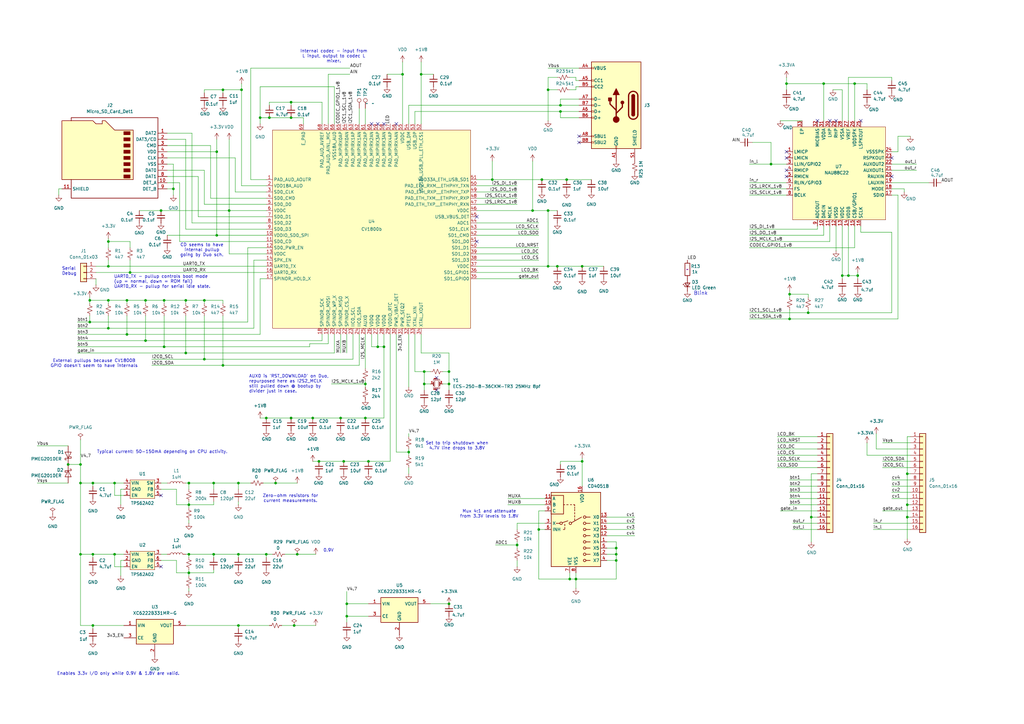
<source format=kicad_sch>
(kicad_sch (version 20250114) (generator "eeschema") (generator_version "9.0")
  (paper "A3")
  (text "Mux 4:1 and attenuate\nfrom 3.3V levels to 1.8V" (at 200.66 210.82 0) (effects (font (size 1.27 1.27))))
  (text "UART0_TX - pullup controls boot mode\n(up = normal, down = ROM fail)\nUART0_RX - pullup for serial idle state." (at 46.736 115.57 0) (effects (font (size 1.27 1.27)) (justify left)))
  (text "Zero-ohm resistors for\ncurrent measurements." (at 119.126 204.47 0) (effects (font (size 1.27 1.27))))
  (text "Blink" (at 284.48 121.285 0) (effects (font (size 1.524 1.524)) (justify left bottom)))
  (text "Set to trip shutdown when\n4.7V line drops to 3.8V" (at 187.452 182.88 0) (effects (font (size 1.27 1.27))))
  (text "External pullups because CV1800B\nGPIO doesn't seem to have internals" (at 38.608 149.098 0) (effects (font (size 1.27 1.27))))
  (text "AUX0 is 'RST_DOWNLOAD' on Duo,\nrepurposed here as I2S2_MCLK\nstill pulled down @ bootup by\ndivider just in case." (at 102.108 157.48 0) (effects (font (size 1.27 1.27)) (justify left)))
  (text "Serial\nDebug" (at 25.4 113.03 0) (effects (font (size 1.27 1.27)) (justify left bottom)))
  (text "Enables 3.3v I/O only while 0.9V & 1.8V are valid." (at 48.514 276.352 0) (effects (font (size 1.27 1.27))))
  (text "Internal codec - input from\nL input, output to codec L\nmixer." (at 136.906 23.114 0) (effects (font (size 1.27 1.27))))
  (text "0.9V" (at 132.588 226.568 0) (effects (font (size 1.27 1.27)) (justify left bottom)))
  (text "Typical current: 50-150mA depending on CPU activity." (at 66.548 185.42 0) (effects (font (size 1.27 1.27))))
  (text "CD seems to have\ninternal pullup\ngoing by Duo sch." (at 82.804 102.616 0) (effects (font (size 1.27 1.27))))
  (junction (at 36.83 132.08))
  (junction (at 67.31 123.19))
  (junction (at 142.24 247.65))
  (junction (at 44.45 99.06))
  (junction (at 252.73 229.87))
  (junction (at 106.68 48.26))
  (junction (at 128.27 171.45))
  (junction (at 119.38 48.26))
  (junction (at 228.6 109.22))
  (junction (at 142.24 252.73))
  (junction (at 331.47 128.27))
  (junction (at 222.25 73.66))
  (junction (at 323.85 130.81))
  (junction (at 52.07 123.19))
  (junction (at 149.86 157.48))
  (junction (at 139.7 171.45))
  (junction (at 130.81 189.23))
  (junction (at 109.22 227.33))
  (junction (at 77.47 207.01))
  (junction (at 120.65 256.54))
  (junction (at 119.38 171.45))
  (junction (at 252.73 227.33))
  (junction (at 157.48 142.24))
  (junction (at 218.44 86.36))
  (junction (at 110.49 48.26))
  (junction (at 109.22 171.45))
  (junction (at 97.79 227.33))
  (junction (at 212.09 223.52))
  (junction (at 173.99 157.48))
  (junction (at 316.23 67.31))
  (junction (at 71.12 77.47))
  (junction (at 76.2 123.19))
  (junction (at 59.69 139.7))
  (junction (at 372.11 207.01))
  (junction (at 345.44 113.03))
  (junction (at 88.9 96.52))
  (junction (at 224.79 86.36))
  (junction (at 44.45 109.22))
  (junction (at 113.03 198.12))
  (junction (at 66.04 86.36))
  (junction (at 99.06 36.83))
  (junction (at 38.1 198.12))
  (junction (at 38.1 256.54))
  (junction (at 97.79 198.12))
  (junction (at 38.1 227.33))
  (junction (at 36.83 123.19))
  (junction (at 44.45 123.19))
  (junction (at 91.44 149.86))
  (junction (at 252.73 224.79))
  (junction (at 337.82 34.29))
  (junction (at 33.02 198.12))
  (junction (at 154.94 142.24))
  (junction (at 93.98 86.36))
  (junction (at 44.45 134.62))
  (junction (at 46.99 198.12))
  (junction (at 53.34 111.76))
  (junction (at 184.15 247.65))
  (junction (at 233.68 237.49))
  (junction (at 77.47 227.33))
  (junction (at 232.41 73.66))
  (junction (at 33.02 190.5))
  (junction (at 27.94 190.5))
  (junction (at 91.44 36.83))
  (junction (at 224.79 36.83))
  (junction (at 77.47 234.95))
  (junction (at 149.86 171.45))
  (junction (at 184.15 157.48))
  (junction (at 172.72 30.48))
  (junction (at 236.22 237.49))
  (junction (at 165.1 30.48))
  (junction (at 224.79 109.22))
  (junction (at 229.87 43.18))
  (junction (at 33.02 227.33))
  (junction (at 77.47 198.12))
  (junction (at 167.64 185.42))
  (junction (at 184.15 152.4))
  (junction (at 229.87 45.72))
  (junction (at 347.98 113.03))
  (junction (at 83.82 123.19))
  (junction (at 121.92 227.33))
  (junction (at 140.97 189.23))
  (junction (at 323.85 120.65))
  (junction (at 46.99 227.33))
  (junction (at 220.98 217.17))
  (junction (at 59.69 123.19))
  (junction (at 88.9 62.23))
  (junction (at 350.52 34.29))
  (junction (at 119.38 41.91))
  (junction (at 238.76 109.22))
  (junction (at 87.63 227.33))
  (junction (at 351.79 113.03))
  (junction (at 372.11 212.09))
  (junction (at 372.11 194.31))
  (junction (at 322.58 34.29))
  (junction (at 97.79 256.54))
  (junction (at 173.99 152.4))
  (junction (at 76.2 144.78))
  (junction (at 238.76 189.23))
  (junction (at 87.63 198.12))
  (junction (at 67.31 142.24))
  (junction (at 201.93 73.66))
  (junction (at 83.82 147.32))
  (junction (at 332.74 212.09))
  (junction (at 52.07 137.16))
  (junction (at 151.13 189.23))
  (no_connect (at 154.94 50.8))
  (no_connect (at 162.56 50.8))
  (no_connect (at 179.07 160.02))
  (no_connect (at 353.06 49.53))
  (no_connect (at 322.58 62.23))
  (no_connect (at 365.76 64.77))
  (no_connect (at 157.48 50.8))
  (no_connect (at 152.4 50.8))
  (no_connect (at 335.28 49.53))
  (no_connect (at 237.49 58.42))
  (no_connect (at 342.9 49.53))
  (no_connect (at 195.58 88.9))
  (no_connect (at 322.58 72.39))
  (no_connect (at 195.58 99.06))
  (no_connect (at 322.58 69.85))
  (no_connect (at 66.04 232.41))
  (no_connect (at 179.07 154.94))
  (no_connect (at 237.49 55.88))
  (no_connect (at 66.04 203.2))
  (no_connect (at 322.58 64.77))
  (no_connect (at 365.76 72.39))
  (no_connect (at 340.36 49.53))
  (wire (pts (xy 72.39 234.95) (xy 77.47 234.95)))
  (wire (pts (xy 201.93 66.04) (xy 201.93 73.66)))
  (wire (pts (xy 77.47 213.36) (xy 77.47 214.63)))
  (wire (pts (xy 44.45 124.46) (xy 44.45 123.19)))
  (wire (pts (xy 345.44 113.03) (xy 345.44 114.3)))
  (wire (pts (xy 72.39 200.66) (xy 72.39 207.01)))
  (wire (pts (xy 77.47 208.28) (xy 77.47 207.01)))
  (wire (pts (xy 195.58 106.68) (xy 220.98 106.68)))
  (wire (pts (xy 68.58 62.23) (xy 88.9 62.23)))
  (wire (pts (xy 195.58 114.3) (xy 220.98 114.3)))
  (wire (pts (xy 350.52 92.71) (xy 350.52 101.6)))
  (wire (pts (xy 33.02 227.33) (xy 33.02 256.54)))
  (wire (pts (xy 167.64 191.77) (xy 167.64 194.31)))
  (wire (pts (xy 252.73 229.87) (xy 252.73 237.49)))
  (wire (pts (xy 44.45 99.06) (xy 44.45 101.6)))
  (wire (pts (xy 218.44 66.04) (xy 218.44 86.36)))
  (wire (pts (xy 372.11 212.09) (xy 373.38 212.09)))
  (wire (pts (xy 96.52 64.77) (xy 68.58 64.77)))
  (wire (pts (xy 359.41 184.15) (xy 373.38 184.15)))
  (wire (pts (xy 109.22 111.76) (xy 53.34 111.76)))
  (wire (pts (xy 76.2 198.12) (xy 77.47 198.12)))
  (wire (pts (xy 375.92 67.31) (xy 365.76 67.31)))
  (wire (pts (xy 332.74 212.09) (xy 332.74 222.25)))
  (wire (pts (xy 93.98 86.36) (xy 93.98 104.14)))
  (wire (pts (xy 359.41 184.15) (xy 359.41 177.8)))
  (wire (pts (xy 120.65 256.54) (xy 129.54 256.54)))
  (wire (pts (xy 67.31 129.54) (xy 67.31 142.24)))
  (wire (pts (xy 307.34 77.47) (xy 322.58 77.47)))
  (wire (pts (xy 38.1 256.54) (xy 50.8 256.54)))
  (wire (pts (xy 237.49 43.18) (xy 229.87 43.18)))
  (wire (pts (xy 184.15 144.78) (xy 184.15 152.4)))
  (wire (pts (xy 86.36 59.69) (xy 68.58 59.69)))
  (wire (pts (xy 165.1 30.48) (xy 165.1 50.8)))
  (wire (pts (xy 67.31 123.19) (xy 76.2 123.19)))
  (wire (pts (xy 72.39 207.01) (xy 77.47 207.01)))
  (wire (pts (xy 323.85 130.81) (xy 368.3 130.81)))
  (wire (pts (xy 128.27 189.23) (xy 130.81 189.23)))
  (wire (pts (xy 66.04 200.66) (xy 72.39 200.66)))
  (wire (pts (xy 224.79 86.36) (xy 228.6 86.36)))
  (wire (pts (xy 66.04 198.12) (xy 68.58 198.12)))
  (wire (pts (xy 345.44 49.53) (xy 345.44 36.83)))
  (wire (pts (xy 372.11 220.98) (xy 372.11 212.09)))
  (wire (pts (xy 149.86 157.48) (xy 149.86 156.21)))
  (wire (pts (xy 149.86 137.16) (xy 149.86 151.13)))
  (wire (pts (xy 307.34 128.27) (xy 331.47 128.27)))
  (wire (pts (xy 170.18 152.4) (xy 173.99 152.4)))
  (wire (pts (xy 31.75 137.16) (xy 52.07 137.16)))
  (wire (pts (xy 142.24 252.73) (xy 142.24 247.65)))
  (wire (pts (xy 81.28 88.9) (xy 81.28 72.39)))
  (wire (pts (xy 373.38 214.63) (xy 358.14 214.63)))
  (wire (pts (xy 49.53 200.66) (xy 50.8 200.66)))
  (wire (pts (xy 134.62 30.48) (xy 134.62 50.8)))
  (wire (pts (xy 121.92 227.33) (xy 129.54 227.33)))
  (wire (pts (xy 350.52 49.53) (xy 350.52 34.29)))
  (wire (pts (xy 46.99 227.33) (xy 50.8 227.33)))
  (wire (pts (xy 228.6 109.22) (xy 238.76 109.22)))
  (wire (pts (xy 52.07 123.19) (xy 59.69 123.19)))
  (wire (pts (xy 44.45 123.19) (xy 52.07 123.19)))
  (wire (pts (xy 46.99 232.41) (xy 50.8 232.41)))
  (wire (pts (xy 76.2 256.54) (xy 97.79 256.54)))
  (wire (pts (xy 52.07 124.46) (xy 52.07 123.19)))
  (wire (pts (xy 201.93 73.66) (xy 195.58 73.66)))
  (wire (pts (xy 97.79 198.12) (xy 97.79 200.66)))
  (wire (pts (xy 323.85 119.38) (xy 323.85 120.65)))
  (wire (pts (xy 91.44 129.54) (xy 91.44 149.86)))
  (wire (pts (xy 152.4 137.16) (xy 152.4 142.24)))
  (wire (pts (xy 109.22 91.44) (xy 78.74 91.44)))
  (wire (pts (xy 72.39 229.87) (xy 72.39 234.95)))
  (wire (pts (xy 106.68 171.45) (xy 109.22 171.45)))
  (wire (pts (xy 33.02 198.12) (xy 38.1 198.12)))
  (wire (pts (xy 224.79 27.94) (xy 237.49 27.94)))
  (wire (pts (xy 322.58 34.29) (xy 322.58 36.83)))
  (wire (pts (xy 154.94 142.24) (xy 157.48 142.24)))
  (wire (pts (xy 252.73 237.49) (xy 236.22 237.49)))
  (wire (pts (xy 307.34 96.52) (xy 337.82 96.52)))
  (wire (pts (xy 91.44 149.86) (xy 147.32 149.86)))
  (wire (pts (xy 31.75 142.24) (xy 67.31 142.24)))
  (wire (pts (xy 57.15 86.36) (xy 66.04 86.36)))
  (wire (pts (xy 320.04 49.53) (xy 328.93 49.53)))
  (wire (pts (xy 351.79 111.76) (xy 351.79 113.03)))
  (wire (pts (xy 44.45 129.54) (xy 44.45 134.62)))
  (wire (pts (xy 77.47 198.12) (xy 87.63 198.12)))
  (wire (pts (xy 195.58 104.14) (xy 220.98 104.14)))
  (wire (pts (xy 38.1 227.33) (xy 46.99 227.33)))
  (wire (pts (xy 142.24 242.57) (xy 142.24 247.65)))
  (wire (pts (xy 142.24 137.16) (xy 142.24 144.78)))
  (wire (pts (xy 33.02 198.12) (xy 33.02 227.33)))
  (wire (pts (xy 308.61 58.42) (xy 316.23 58.42)))
  (wire (pts (xy 335.28 209.55) (xy 320.04 209.55)))
  (wire (pts (xy 104.14 106.68) (xy 104.14 134.62)))
  (wire (pts (xy 147.32 137.16) (xy 147.32 149.86)))
  (wire (pts (xy 237.49 48.26) (xy 229.87 48.26)))
  (wire (pts (xy 91.44 123.19) (xy 91.44 124.46)))
  (wire (pts (xy 373.38 199.39) (xy 365.76 199.39)))
  (wire (pts (xy 237.49 35.56) (xy 236.22 35.56)))
  (wire (pts (xy 130.81 189.23) (xy 140.97 189.23)))
  (wire (pts (xy 73.66 74.93) (xy 73.66 99.06)))
  (wire (pts (xy 323.85 207.01) (xy 335.28 207.01)))
  (wire (pts (xy 128.27 171.45) (xy 139.7 171.45)))
  (wire (pts (xy 68.58 67.31) (xy 71.12 67.31)))
  (wire (pts (xy 68.58 77.47) (xy 71.12 77.47)))
  (wire (pts (xy 248.92 222.25) (xy 252.73 222.25)))
  (wire (pts (xy 59.69 139.7) (xy 132.08 139.7)))
  (wire (pts (xy 119.38 48.26) (xy 124.46 48.26)))
  (wire (pts (xy 137.16 144.78) (xy 137.16 137.16)))
  (wire (pts (xy 162.56 137.16) (xy 162.56 185.42)))
  (wire (pts (xy 165.1 25.4) (xy 165.1 30.48)))
  (wire (pts (xy 167.64 185.42) (xy 167.64 186.69)))
  (wire (pts (xy 76.2 227.33) (xy 77.47 227.33)))
  (wire (pts (xy 36.83 121.92) (xy 36.83 123.19)))
  (wire (pts (xy 132.08 50.8) (xy 132.08 41.91)))
  (wire (pts (xy 322.58 67.31) (xy 316.23 67.31)))
  (wire (pts (xy 361.95 191.77) (xy 373.38 191.77)))
  (wire (pts (xy 140.97 189.23) (xy 151.13 189.23)))
  (wire (pts (xy 147.32 44.45) (xy 147.32 50.8)))
  (wire (pts (xy 149.86 158.75) (xy 149.86 157.48)))
  (wire (pts (xy 33.02 256.54) (xy 38.1 256.54)))
  (wire (pts (xy 370.84 77.47) (xy 370.84 78.74)))
  (wire (pts (xy 142.24 252.73) (xy 142.24 255.27)))
  (wire (pts (xy 332.74 194.31) (xy 332.74 212.09)))
  (wire (pts (xy 224.79 86.36) (xy 224.79 109.22)))
  (wire (pts (xy 24.13 77.47) (xy 24.13 80.01)))
  (wire (pts (xy 220.98 217.17) (xy 223.52 217.17)))
  (wire (pts (xy 101.6 101.6) (xy 109.22 101.6)))
  (wire (pts (xy 322.58 74.93) (xy 307.34 74.93)))
  (wire (pts (xy 59.69 123.19) (xy 67.31 123.19)))
  (wire (pts (xy 355.6 34.29) (xy 355.6 36.83)))
  (wire (pts (xy 83.82 123.19) (xy 83.82 124.46)))
  (wire (pts (xy 71.12 67.31) (xy 71.12 77.47)))
  (wire (pts (xy 368.3 80.01) (xy 368.3 130.81)))
  (wire (pts (xy 77.47 234.95) (xy 87.63 234.95)))
  (wire (pts (xy 53.34 101.6) (xy 53.34 99.06)))
  (wire (pts (xy 323.85 204.47) (xy 335.28 204.47)))
  (wire (pts (xy 109.22 99.06) (xy 73.66 99.06)))
  (wire (pts (xy 335.28 181.61) (xy 318.77 181.61)))
  (wire (pts (xy 342.9 92.71) (xy 342.9 102.87)))
  (wire (pts (xy 76.2 57.15) (xy 68.58 57.15)))
  (wire (pts (xy 31.75 132.08) (xy 36.83 132.08)))
  (wire (pts (xy 353.06 95.25) (xy 365.76 95.25)))
  (wire (pts (xy 88.9 96.52) (xy 68.58 96.52)))
  (wire (pts (xy 109.22 93.98) (xy 76.2 93.98)))
  (wire (pts (xy 53.34 99.06) (xy 44.45 99.06)))
  (wire (pts (xy 195.58 96.52) (xy 220.98 96.52)))
  (wire (pts (xy 91.44 36.83) (xy 91.44 38.1)))
  (wire (pts (xy 170.18 45.72) (xy 229.87 45.72)))
  (wire (pts (xy 39.37 114.3) (xy 39.37 116.84)))
  (wire (pts (xy 77.47 227.33) (xy 87.63 227.33)))
  (wire (pts (xy 36.83 132.08) (xy 101.6 132.08)))
  (wire (pts (xy 173.99 157.48) (xy 176.53 157.48)))
  (wire (pts (xy 109.22 227.33) (xy 111.76 227.33)))
  (wire (pts (xy 373.38 204.47) (xy 365.76 204.47)))
  (wire (pts (xy 83.82 147.32) (xy 144.78 147.32)))
  (wire (pts (xy 36.83 123.19) (xy 36.83 124.46)))
  (wire (pts (xy 195.58 93.98) (xy 220.98 93.98)))
  (wire (pts (xy 68.58 74.93) (xy 73.66 74.93)))
  (wire (pts (xy 119.38 41.91) (xy 119.38 43.18)))
  (wire (pts (xy 345.44 36.83) (xy 341.63 36.83)))
  (wire (pts (xy 31.75 139.7) (xy 59.69 139.7)))
  (wire (pts (xy 236.22 33.02) (xy 236.22 31.75)))
  (wire (pts (xy 347.98 31.75) (xy 365.76 31.75)))
  (wire (pts (xy 307.34 130.81) (xy 323.85 130.81)))
  (wire (pts (xy 83.82 36.83) (xy 91.44 36.83)))
  (wire (pts (xy 252.73 227.33) (xy 252.73 229.87)))
  (wire (pts (xy 223.52 207.01) (xy 208.28 207.01)))
  (wire (pts (xy 353.06 95.25) (xy 353.06 92.71)))
  (wire (pts (xy 323.85 201.93) (xy 335.28 201.93)))
  (wire (pts (xy 223.52 209.55) (xy 220.98 209.55)))
  (wire (pts (xy 99.06 36.83) (xy 99.06 76.2)))
  (wire (pts (xy 109.22 81.28) (xy 86.36 81.28)))
  (wire (pts (xy 38.1 198.12) (xy 38.1 199.39)))
  (wire (pts (xy 46.99 232.41) (xy 46.99 227.33)))
  (wire (pts (xy 97.79 227.33) (xy 109.22 227.33)))
  (wire (pts (xy 335.28 93.98) (xy 335.28 92.71)))
  (wire (pts (xy 325.12 214.63) (xy 335.28 214.63)))
  (wire (pts (xy 87.63 205.74) (xy 87.63 207.01)))
  (wire (pts (xy 162.56 185.42) (xy 167.64 185.42)))
  (wire (pts (xy 149.86 44.45) (xy 149.86 50.8)))
  (wire (pts (xy 368.3 55.88) (xy 373.38 55.88)))
  (wire (pts (xy 49.53 229.87) (xy 49.53 236.22)))
  (wire (pts (xy 44.45 123.19) (xy 36.83 123.19)))
  (wire (pts (xy 38.1 198.12) (xy 46.99 198.12)))
  (wire (pts (xy 347.98 92.71) (xy 347.98 113.03)))
  (wire (pts (xy 44.45 134.62) (xy 104.14 134.62)))
  (wire (pts (xy 142.24 247.65) (xy 151.13 247.65)))
  (wire (pts (xy 143.51 30.48) (xy 134.62 30.48)))
  (wire (pts (xy 223.52 204.47) (xy 208.28 204.47)))
  (wire (pts (xy 83.82 36.83) (xy 83.82 38.1)))
  (wire (pts (xy 77.47 241.3) (xy 77.47 242.57)))
  (wire (pts (xy 83.82 129.54) (xy 83.82 147.32)))
  (wire (pts (xy 307.34 93.98) (xy 335.28 93.98)))
  (wire (pts (xy 172.72 30.48) (xy 172.72 50.8)))
  (wire (pts (xy 233.68 237.49) (xy 220.98 237.49)))
  (wire (pts (xy 44.45 97.79) (xy 44.45 99.06)))
  (wire (pts (xy 229.87 48.26) (xy 229.87 45.72)))
  (wire (pts (xy 201.93 73.66) (xy 222.25 73.66)))
  (wire (pts (xy 88.9 57.15) (xy 88.9 62.23)))
  (wire (pts (xy 77.47 207.01) (xy 87.63 207.01)))
  (wire (pts (xy 38.1 256.54) (xy 38.1 257.81)))
  (wire (pts (xy 195.58 78.74) (xy 212.09 78.74)))
  (wire (pts (xy 335.28 189.23) (xy 318.77 189.23)))
  (wire (pts (xy 316.23 67.31) (xy 307.34 67.31)))
  (wire (pts (xy 373.38 217.17) (xy 358.14 217.17)))
  (wire (pts (xy 173.99 157.48) (xy 173.99 152.4)))
  (wire (pts (xy 76.2 129.54) (xy 76.2 144.78)))
  (wire (pts (xy 87.63 198.12) (xy 97.79 198.12)))
  (wire (pts (xy 172.72 30.48) (xy 177.8 30.48)))
  (wire (pts (xy 167.64 43.18) (xy 167.64 50.8)))
  (wire (pts (xy 109.22 109.22) (xy 44.45 109.22)))
  (wire (pts (xy 76.2 123.19) (xy 76.2 124.46)))
  (wire (pts (xy 195.58 111.76) (xy 220.98 111.76)))
  (wire (pts (xy 248.92 219.71) (xy 260.35 219.71)))
  (wire (pts (xy 223.52 214.63) (xy 212.09 214.63)))
  (wire (pts (xy 66.04 227.33) (xy 68.58 227.33)))
  (wire (pts (xy 373.38 196.85) (xy 365.76 196.85)))
  (wire (pts (xy 78.74 54.61) (xy 68.58 54.61)))
  (wire (pts (xy 238.76 189.23) (xy 238.76 199.39)))
  (wire (pts (xy 109.22 73.66) (xy 102.87 73.66)))
  (wire (pts (xy 355.6 186.69) (xy 355.6 181.61)))
  (wire (pts (xy 101.6 101.6) (xy 101.6 132.08)))
  (wire (pts (xy 109.22 83.82) (xy 83.82 83.82)))
  (wire (pts (xy 137.16 35.56) (xy 106.68 35.56)))
  (wire (pts (xy 124.46 48.26) (xy 124.46 50.8)))
  (wire (pts (xy 173.99 160.02) (xy 173.99 157.48)))
  (wire (pts (xy 49.53 229.87) (xy 50.8 229.87)))
  (wire (pts (xy 106.68 35.56) (xy 106.68 48.26)))
  (wire (pts (xy 99.06 36.83) (xy 91.44 36.83)))
  (wire (pts (xy 195.58 109.22) (xy 224.79 109.22)))
  (wire (pts (xy 195.58 76.2) (xy 212.09 76.2)))
  (wire (pts (xy 335.28 184.15) (xy 318.77 184.15)))
  (wire (pts (xy 83.82 123.19) (xy 91.44 123.19)))
  (wire (pts (xy 71.12 77.47) (xy 71.12 80.01)))
  (wire (pts (xy 53.34 106.68) (xy 53.34 111.76)))
  (wire (pts (xy 46.99 198.12) (xy 50.8 198.12)))
  (wire (pts (xy 36.83 129.54) (xy 36.83 132.08)))
  (wire (pts (xy 224.79 109.22) (xy 228.6 109.22)))
  (wire (pts (xy 59.69 129.54) (xy 59.69 139.7)))
  (wire (pts (xy 119.38 171.45) (xy 128.27 171.45)))
  (wire (pts (xy 345.44 113.03) (xy 347.98 113.03)))
  (wire (pts (xy 77.47 233.68) (xy 77.47 234.95)))
  (wire (pts (xy 87.63 198.12) (xy 87.63 200.66)))
  (wire (pts (xy 323.85 199.39) (xy 335.28 199.39)))
  (wire (pts (xy 237.49 45.72) (xy 229.87 45.72)))
  (wire (pts (xy 195.58 81.28) (xy 212.09 81.28)))
  (wire (pts (xy 46.99 203.2) (xy 46.99 198.12)))
  (wire (pts (xy 350.52 34.29) (xy 355.6 34.29)))
  (wire (pts (xy 237.49 33.02) (xy 236.22 33.02)))
  (wire (pts (xy 167.64 137.16) (xy 167.64 158.75)))
  (wire (pts (xy 220.98 209.55) (xy 220.98 217.17)))
  (wire (pts (xy 167.64 184.15) (xy 167.64 185.42)))
  (wire (pts (xy 248.92 217.17) (xy 260.35 217.17)))
  (wire (pts (xy 236.22 237.49) (xy 236.22 241.3)))
  (wire (pts (xy 66.04 229.87) (xy 72.39 229.87)))
  (wire (pts (xy 97.79 207.01) (xy 97.79 205.74)))
  (wire (pts (xy 77.47 234.95) (xy 77.47 236.22)))
  (wire (pts (xy 81.28 72.39) (xy 68.58 72.39)))
  (wire (pts (xy 372.11 194.31) (xy 372.11 207.01)))
  (wire (pts (xy 109.22 171.45) (xy 119.38 171.45)))
  (wire (pts (xy 102.87 27.94) (xy 143.51 27.94)))
  (wire (pts (xy 212.09 229.87) (xy 212.09 232.41)))
  (wire (pts (xy 106.68 114.3) (xy 109.22 114.3)))
  (wire (pts (xy 365.76 74.93) (xy 381 74.93)))
  (wire (pts (xy 102.87 73.66) (xy 102.87 27.94)))
  (wire (pts (xy 109.22 76.2) (xy 99.06 76.2)))
  (wire (pts (xy 97.79 227.33) (xy 97.79 228.6)))
  (wire (pts (xy 236.22 234.95) (xy 236.22 237.49)))
  (wire (pts (xy 351.79 113.03) (xy 347.98 113.03)))
  (wire (pts (xy 347.98 49.53) (xy 347.98 31.75)))
  (wire (pts (xy 67.31 142.24) (xy 127 142.24)))
  (wire (pts (xy 307.34 80.01) (xy 322.58 80.01)))
  (wire (pts (xy 340.36 99.06) (xy 307.34 99.06)))
  (wire (pts (xy 67.31 123.19) (xy 67.31 124.46)))
  (wire (pts (xy 93.98 86.36) (xy 93.98 57.15)))
  (wire (pts (xy 322.58 31.75) (xy 322.58 34.29)))
  (wire (pts (xy 31.75 144.78) (xy 76.2 144.78)))
  (wire (pts (xy 109.22 88.9) (xy 81.28 88.9)))
  (wire (pts (xy 365.76 77.47) (xy 370.84 77.47)))
  (wire (pts (xy 53.34 111.76) (xy 39.37 111.76)))
  (wire (pts (xy 173.99 152.4) (xy 176.53 152.4)))
  (wire (pts (xy 232.41 73.66) (xy 242.57 73.66)))
  (wire (pts (xy 33.02 190.5) (xy 33.02 198.12)))
  (wire (pts (xy 350.52 34.29) (xy 337.82 34.29)))
  (wire (pts (xy 76.2 144.78) (xy 137.16 144.78)))
  (wire (pts (xy 368.3 62.23) (xy 368.3 55.88)))
  (wire (pts (xy 172.72 137.16) (xy 172.72 144.78)))
  (wire (pts (xy 93.98 86.36) (xy 109.22 86.36)))
  (wire (pts (xy 110.49 41.91) (xy 110.49 43.18)))
  (wire (pts (xy 345.44 92.71) (xy 345.44 113.03)))
  (wire (pts (xy 52.07 137.16) (xy 106.68 137.16)))
  (wire (pts (xy 323.85 196.85) (xy 335.28 196.85)))
  (wire (pts (xy 365.76 31.75) (xy 365.76 33.02)))
  (wire (pts (xy 25.4 77.47) (xy 24.13 77.47)))
  (wire (pts (xy 135.89 157.48) (xy 149.86 157.48)))
  (wire (pts (xy 212.09 222.25) (xy 212.09 223.52)))
  (wire (pts (xy 44.45 109.22) (xy 39.37 109.22)))
  (wire (pts (xy 176.53 247.65) (xy 184.15 247.65)))
  (wire (pts (xy 220.98 91.44) (xy 195.58 91.44)))
  (wire (pts (xy 331.47 128.27) (xy 365.76 128.27)))
  (wire (pts (xy 224.79 31.75) (xy 228.6 31.75)))
  (wire (pts (xy 335.28 194.31) (xy 332.74 194.31)))
  (wire (pts (xy 46.99 203.2) (xy 50.8 203.2)))
  (wire (pts (xy 203.2 223.52) (xy 212.09 223.52)))
  (wire (pts (xy 106.68 48.26) (xy 106.68 50.8)))
  (wire (pts (xy 139.7 171.45) (xy 149.86 171.45)))
  (wire (pts (xy 170.18 50.8) (xy 170.18 45.72)))
  (wire (pts (xy 15.24 182.88) (xy 27.94 182.88)))
  (wire (pts (xy 212.09 223.52) (xy 212.09 224.79)))
  (wire (pts (xy 332.74 212.09) (xy 335.28 212.09)))
  (wire (pts (xy 83.82 83.82) (xy 83.82 69.85)))
  (wire (pts (xy 127 142.24) (xy 127 140.97)))
  (wire (pts (xy 49.53 200.66) (xy 49.53 207.01)))
  (wire (pts (xy 184.15 152.4) (xy 181.61 152.4)))
  (wire (pts (xy 149.86 171.45) (xy 157.48 171.45)))
  (wire (pts (xy 372.11 179.07) (xy 372.11 194.31)))
  (wire (pts (xy 113.03 198.12) (xy 121.92 198.12)))
  (wire (pts (xy 87.63 227.33) (xy 97.79 227.33)))
  (wire (pts (xy 228.6 36.83) (xy 224.79 36.83)))
  (wire (pts (xy 33.02 227.33) (xy 38.1 227.33)))
  (wire (pts (xy 96.52 78.74) (xy 96.52 64.77)))
  (wire (pts (xy 167.64 177.8) (xy 167.64 179.07)))
  (wire (pts (xy 86.36 81.28) (xy 86.36 59.69)))
  (wire (pts (xy 110.49 48.26) (xy 119.38 48.26)))
  (wire (pts (xy 236.22 31.75) (xy 233.68 31.75)))
  (wire (pts (xy 152.4 142.24) (xy 154.94 142.24)))
  (wire (pts (xy 52.07 129.54) (xy 52.07 137.16)))
  (wire (pts (xy 229.87 189.23) (xy 229.87 190.5)))
  (wire (pts (xy 368.3 80.01) (xy 365.76 80.01)))
  (wire (pts (xy 233.68 237.49) (xy 236.22 237.49)))
  (wire (pts (xy 351.79 114.3) (xy 351.79 113.03)))
  (wire (pts (xy 88.9 62.23) (xy 88.9 96.52)))
  (wire (pts (xy 66.04 86.36) (xy 93.98 86.36)))
  (wire (pts (xy 195.58 83.82) (xy 212.09 83.82)))
  (wire (pts (xy 157.48 142.24) (xy 157.48 171.45)))
  (wire (pts (xy 157.48 142.24) (xy 157.48 137.16)))
  (wire (pts (xy 76.2 93.98) (xy 76.2 57.15)))
  (wire (pts (xy 337.82 34.29) (xy 337.82 49.53)))
  (wire (pts (xy 212.09 214.63) (xy 212.09 217.17)))
  (wire (pts (xy 340.36 92.71) (xy 340.36 99.06)))
  (wire (pts (xy 87.63 233.68) (xy 87.63 234.95)))
  (wire (pts (xy 236.22 36.83) (xy 233.68 36.83)))
  (wire (pts (xy 106.68 48.26) (xy 110.49 48.26)))
  (wire (pts (xy 372.11 179.07) (xy 373.38 179.07)))
  (wire (pts (xy 222.25 73.66) (xy 232.41 73.66)))
  (wire (pts (xy 87.63 227.33) (xy 87.63 228.6)))
  (wire (pts (xy 373.38 201.93) (xy 365.76 201.93)))
  (wire (pts (xy 224.79 31.75) (xy 224.79 36.83)))
  (wire (pts (xy 78.74 91.44) (xy 78.74 54.61)))
  (wire (pts (xy 323.85 127) (xy 323.85 130.81)))
  (wire (pts (xy 195.58 86.36) (xy 218.44 86.36)))
  (wire (pts (xy 76.2 123.19) (xy 83.82 123.19)))
  (wire (pts (xy 172.72 144.78) (xy 184.15 144.78)))
  (wire (pts (xy 144.78 137.16) (xy 144.78 147.32)))
  (wire (pts (xy 115.57 256.54) (xy 120.65 256.54)))
  (wire (pts (xy 38.1 227.33) (xy 38.1 228.6)))
  (wire (pts (xy 195.58 101.6) (xy 220.98 101.6)))
  (wire (pts (xy 252.73 224.79) (xy 252.73 227.33)))
  (wire (pts (xy 316.23 58.42) (xy 316.23 67.31)))
  (wire (pts (xy 224.79 86.36) (xy 218.44 86.36)))
  (wire (pts (xy 132.08 139.7) (xy 132.08 137.16)))
  (wire (pts (xy 109.22 227.33) (xy 109.22 228.6)))
  (wire (pts (xy 139.7 137.16) (xy 139.7 144.78)))
  (wire (pts (xy 77.47 205.74) (xy 77.47 207.01)))
  (wire (pts (xy 372.11 212.09) (xy 372.11 207.01)))
  (wire (pts (xy 44.45 106.68) (xy 44.45 109.22)))
  (wire (pts (xy 109.22 78.74) (xy 96.52 78.74)))
  (wire (pts (xy 373.38 181.61) (xy 361.95 181.61)))
  (wire (pts (xy 335.28 179.07) (xy 318.77 179.07)))
  (wire (pts (xy 97.79 256.54) (xy 97.79 257.81)))
  (wire (pts (xy 88.9 96.52) (xy 109.22 96.52)))
  (wire (pts (xy 62.23 147.32) (xy 83.82 147.32)))
  (wire (pts (xy 372.11 194.31) (xy 373.38 194.31)))
  (wire (pts (xy 27.94 190.5) (xy 33.02 190.5)))
  (wire (pts (xy 151.13 189.23) (xy 160.02 189.23)))
  (wire (pts (xy 77.47 198.12) (xy 77.47 200.66)))
  (wire (pts (xy 97.79 256.54) (xy 110.49 256.54)))
  (wire (pts (xy 331.47 120.65) (xy 323.85 120.65)))
  (wire (pts (xy 59.69 123.19) (xy 59.69 124.46)))
  (wire (pts (xy 62.23 149.86) (xy 91.44 149.86)))
  (wire (pts (xy 181.61 157.48) (xy 184.15 157.48)))
  (wire (pts (xy 252.73 222.25) (xy 252.73 224.79)))
  (wire (pts (xy 151.13 252.73) (xy 142.24 252.73)))
  (wire (pts (xy 229.87 189.23) (xy 238.76 189.23)))
  (wire (pts (xy 106.68 137.16) (xy 106.68 114.3)))
  (wire (pts (xy 335.28 186.69) (xy 318.77 186.69)))
  (wire (pts (xy 373.38 209.55) (xy 361.95 209.55)))
  (wire (pts (xy 365.76 62.23) (xy 368.3 62.23)))
  (wire (pts (xy 372.11 207.01) (xy 373.38 207.01)))
  (wire (pts (xy 184.15 157.48) (xy 184.15 152.4)))
  (wire (pts (xy 184.15 160.02) (xy 184.15 157.48)))
  (wire (pts (xy 237.49 40.64) (xy 229.87 40.64)))
  (wire (pts (xy 104.14 106.68) (xy 109.22 106.68)))
  (wire (pts (xy 119.38 41.91) (xy 110.49 41.91)))
  (wire (pts (xy 229.87 43.18) (xy 229.87 40.64)))
  (wire (pts (xy 132.08 41.91) (xy 119.38 41.91)))
  (wire (pts (xy 323.85 120.65) (xy 323.85 121.92)))
  (wire (pts (xy 248.92 212.09) (xy 260.35 212.09)))
  (wire (pts (xy 337.82 96.52) (xy 337.82 92.71)))
  (wire (pts (xy 335.28 191.77) (xy 318.77 191.77)))
  (wire (pts (xy 248.92 224.79) (xy 252.73 224.79)))
  (wire (pts (xy 233.68 234.95) (xy 233.68 237.49)))
  (wire (pts (xy 137.16 50.8) (xy 137.16 35.56)))
  (wire (pts (xy 165.1 30.48) (xy 158.75 30.48)))
  (wire (pts (xy 27.94 198.12) (xy 15.24 198.12)))
  (wire (pts (xy 248.92 214.63) (xy 260.35 214.63)))
  (wire (pts (xy 331.47 128.27) (xy 331.47 127)))
  (wire (pts (xy 355.6 186.69) (xy 373.38 186.69)))
  (wire (pts (xy 116.84 227.33) (xy 121.92 227.33)))
  (wire (pts (xy 375.92 69.85) (xy 365.76 69.85)))
  (wire (pts (xy 77.47 227.33) (xy 77.47 228.6)))
  (wire (pts (xy 307.34 101.6) (xy 350.52 101.6)))
  (wire (pts (xy 365.76 95.25) (xy 365.76 128.27)))
  (wire (pts (xy 325.12 217.17) (xy 335.28 217.17)))
  (wire (pts (xy 33.02 180.34) (xy 33.02 190.5)))
  (wire (pts (xy 160.02 137.16) (xy 160.02 189.23)))
  (wire (pts (xy 83.82 69.85) (xy 68.58 69.85)))
  (wire (pts (xy 220.98 237.49) (xy 220.98 217.17)))
  (wire (pts (xy 238.76 109.22) (xy 247.65 109.22)))
  (wire (pts (xy 31.75 134.62) (xy 44.45 134.62)))
  (wire (pts (xy 154.94 137.16) (xy 154.94 142.24)))
  (wire (pts (xy 127 140.97) (xy 134.62 140.97)))
  (wire (pts (xy 107.95 198.12) (xy 113.03 198.12)))
  (wire (pts (xy 224.79 36.83) (xy 224.79 49.53)))
  (wire (pts (xy 134.62 140.97) (xy 134.62 137.16)))
  (wire (pts (xy 331.47 120.65) (xy 331.47 121.92)))
  (wire (pts (xy 322.58 34.29) (xy 337.82 34.29)))
  (wire (pts (xy 236.22 35.56) (xy 236.22 36.83)))
  (wire (pts (xy 248.92 229.87) (xy 252.73 229.87)))
  (wire (pts (xy 170.18 137.16) (xy 170.18 152.4)))
  (wire (pts (xy 361.95 189.23) (xy 373.38 189.23)))
  (wire (pts (xy 97.79 198.12) (xy 102.87 198.12)))
  (wire (pts (xy 99.06 34.29) (xy 99.06 36.83)))
  (wire (pts (xy 109.22 104.14) (xy 93.98 104.14)))
  (wire (pts (xy 238.76 187.96) (xy 238.76 189.23)))
  (wire (pts (xy 229.87 43.18) (xy 167.64 43.18)))
  (wire (pts (xy 172.72 25.4) (xy 172.72 30.48)))
  (wire (pts (xy 248.92 227.33) (xy 252.73 227.33)))
  (label "V4.7" (at 33.02 187.96 0))
  (label "I2C0_SDA" (at 361.95 189.23 0))
  (label "I2C0_SCL" (at 62.23 147.32 0))
  (label "gate_in" (at 31.75 144.78 0))
  (label "cv2" (at 365.76 201.93 0))
  (label "out_l" (at 325.12 217.17 0))
  (label "LCD_BK" (at 220.98 111.76 180))
  (label "I2C1_SDA_1v8" (at 144.78 50.8 90))
  (label "LCD_SDO" (at 318.77 191.77 0))
  (label "I2S_DO_1v8" (at 307.34 96.52 0))
  (label "LCD_SDO" (at 220.98 96.52 180))
  (label "LCD_NRST" (at 220.98 101.6 180))
  (label "ADC1" (at 220.98 91.44 180))
  (label "MUXA" (at 139.7 144.78 90))
  (label "MUXB" (at 142.24 144.78 90))
  (label "gate_out" (at 361.95 209.55 0))
  (label "LCD_CS" (at 318.77 186.69 0))
  (label "I2S_DI_1v8" (at 307.34 93.98 0))
  (label "btn5" (at 323.85 207.01 0))
  (label "I2S_SCLK_1v8" (at 212.09 81.28 180))
  (label "Vsys" (at 361.95 181.61 0))
  (label "btn1" (at 31.75 132.08 0))
  (label "I2C0_SDA" (at 62.23 149.86 0))
  (label "I2C0_SCL" (at 361.95 191.77 0))
  (label "AIN" (at 143.51 30.48 0))
  (label "LCD_DC" (at 318.77 184.15 0))
  (label "V4.7" (at 167.64 177.8 0))
  (label "MUXA" (at 208.28 204.47 0))
  (label "3v3_EN" (at 50.8 261.62 180))
  (label "in_r" (at 358.14 214.63 0))
  (label "cv1" (at 365.76 204.47 0))
  (label "btn3" (at 31.75 137.16 0))
  (label "out_l" (at 375.92 67.31 180))
  (label "I2S_LRCK_1v8" (at 307.34 77.47 0))
  (label "I2C1_SCL_1v8" (at 307.34 128.27 0))
  (label "btn4" (at 323.85 204.47 0))
  (label "btn3" (at 323.85 201.93 0))
  (label "LCD_SCLK" (at 220.98 93.98 180))
  (label "UART0_TX" (at 74.93 109.22 0))
  (label "btn5" (at 31.75 142.24 0))
  (label "btn1" (at 323.85 196.85 0))
  (label "ADC1" (at 203.2 223.52 0))
  (label "LCD_NRST" (at 318.77 181.61 0))
  (label "CODEC_GPIO1_1v8" (at 307.34 101.6 0))
  (label "I2S_LRCK_1v8" (at 212.09 83.82 180))
  (label "UART0_RX" (at 74.93 111.76 0))
  (label "LED" (at 160.02 50.8 90))
  (label "I2S_MCLK_1v8" (at 135.89 157.48 0))
  (label "cv3" (at 260.35 217.17 180))
  (label "LED" (at 281.94 106.68 0))
  (label "I2S_DI_1v8" (at 212.09 76.2 180))
  (label "Vbus" (at 15.24 182.88 0))
  (label "I2S_SCLK_1v8" (at 307.34 80.01 0))
  (label "in_l" (at 358.14 217.17 0))
  (label "CODEC_GPIO1_1v8" (at 139.7 50.8 90))
  (label "MUXB" (at 208.28 207.01 0))
  (label "3v3_EN" (at 165.1 137.16 270))
  (label "gate_out" (at 220.98 114.3 180))
  (label "AOUT" (at 143.51 27.94 0))
  (label "LCD_SCLK" (at 318.77 189.23 0))
  (label "btn2" (at 323.85 199.39 0))
  (label "I2S_MCLK" (at 149.86 147.32 90))
  (label "LCD_DC" (at 220.98 104.14 180))
  (label "cv4" (at 260.35 219.71 180))
  (label "I2C1_SCL_1v8" (at 142.24 50.8 90))
  (label "in_l" (at 307.34 67.31 0))
  (label "I2C1_SDA_1v8" (at 307.34 130.81 0))
  (label "btn4" (at 31.75 139.7 0))
  (label "LCD_BK" (at 318.77 179.07 0))
  (label "Vbus" (at 224.79 27.94 0))
  (label "AIN" (at 303.53 58.42 180))
  (label "cv1" (at 260.35 212.09 180))
  (label "in_r" (at 307.34 74.93 0))
  (label "out_r" (at 325.12 214.63 0))
  (label "cv2" (at 260.35 214.63 180))
  (label "I2S_MCLK_1v8" (at 307.34 99.06 0))
  (label "Vsys" (at 15.24 198.12 0))
  (label "out_r" (at 375.92 69.85 180))
  (label "gate_in" (at 320.04 209.55 0))
  (label "btn2" (at 31.75 134.62 0))
  (label "LCD_CS" (at 220.98 106.68 180))
  (label "V4.7" (at 142.24 242.57 0))
  (label "cv3" (at 365.76 199.39 0))
  (label "cv4" (at 365.76 196.85 0))
  (label "AOUT" (at 386.08 74.93 0))
  (label "I2S_DO_1v8" (at 212.09 78.74 180))
  (symbol (lib_id "Device:C_Small") (at 109.22 231.14 0) (unit 1)
    (property "Reference" "C16" (at 111.76 229.8763 0) (effects (justify left)))
    (property "Value" "22uf" (at 111.76 232.4163 0) (effects (justify left)))
    (property "Footprint" "Capacitor_SMD:C_0805_2012Metric" (effects (hide yes)))
    (property "Description" "Unpolarized capacitor, small symbol" (effects (hide yes)))
  )
  (symbol (lib_id "power:GND") (at 212.09 232.41 0) (unit 1)
    (property "Reference" "#PWR56" (effects (hide yes)))
    (property "Value" "GND" (at 212.09 237.49 0))
    (property "Description" "Power symbol creates a global label with name \"GND\" , ground" (effects (hide yes)))
  )
  (symbol (lib_id "power:+3.3VA") (at 355.6 181.61 0) (unit 1)
    (property "Reference" "#PWR82" (effects (hide yes)))
    (property "Value" "+3.3VA" (at 354.838 177.546 0))
    (property "Description" "Power symbol creates a global label with name \"+3.3VA\"" (effects (hide yes)))
  )
  (symbol (lib_id "power:+1V8") (at 351.79 111.76 0) (unit 1)
    (property "Reference" "#PWR79" (effects (hide yes)))
    (property "Value" "+1V8" (at 351.79 106.68 0))
    (property "Description" "Power symbol creates a global label with name \"+1V8\"" (effects (hide yes)))
  )
  (symbol (lib_id "Connector:TestPoint") (at 147.32 44.45 0) (unit 1)
    (property "Reference" "TP1" (at 147.32 39.624 90) (effects (justify left)))
    (property "Value" "~" (at 149.86 42.4179 0) (effects (justify left)))
    (property "Footprint" "TestPoint:TestPoint_Pad_D1.0mm" (effects (hide yes)))
    (property "Description" "test point" (effects (hide yes)))
  )
  (symbol (lib_id "power:GND") (at 128.27 176.53 0) (mirror y) (unit 1)
    (property "Reference" "#PWR35" (effects (hide yes)))
    (property "Value" "GND" (at 128.27 180.086 0))
    (property "Description" "Power symbol creates a global label with name \"GND\" , ground" (effects (hide yes)))
  )
  (symbol (lib_id "Device:C_Small") (at 83.82 40.64 0) (mirror y) (unit 1)
    (property "Reference" "C7" (at 88.9 39.624 0) (effects (justify left)))
    (property "Value" "0.1uf" (at 89.408 42.672 0) (effects (justify left)))
    (property "Footprint" "Capacitor_SMD:C_0402_1005Metric" (effects (hide yes)))
    (property "Description" "Unpolarized capacitor, small symbol" (effects (hide yes)))
  )
  (symbol (lib_id "Device:C_Small") (at 322.58 39.37 0) (unit 1)
    (property "Reference" "C41" (at 325.12 38.1063 0) (effects (justify left)))
    (property "Value" "4.7uf" (at 325.12 40.64 0) (effects (justify left)))
    (property "Footprint" "Capacitor_SMD:C_0402_1005Metric" (effects (hide yes)))
    (property "Description" "Unpolarized capacitor, small symbol" (effects (hide yes)))
  )
  (symbol (lib_id "power:PWR_FLAG") (at 113.03 198.12 0) (unit 1)
    (property "Reference" "#FLG3" (effects (hide yes)))
    (property "Value" "PWR_FLAG" (at 113.03 193.04 0))
    (property "Description" "Special symbol for telling ERC where power comes from" (effects (hide yes)))
  )
  (symbol (lib_id "power:GND") (at 242.57 78.74 0) (unit 1)
    (property "Reference" "#PWR67" (effects (hide yes)))
    (property "Value" "GND" (at 242.57 83.82 0))
    (property "Description" "Power symbol creates a global label with name \"GND\" , ground" (effects (hide yes)))
  )
  (symbol (lib_id "Device:R_Small_US") (at 212.09 227.33 180) (unit 1)
    (property "Reference" "R22" (at 214.63 226.06 0) (effects (justify right)))
    (property "Value" "10k" (at 214.63 228.6 0) (effects (justify right)))
    (property "Footprint" "Resistor_SMD:R_0402_1005Metric" (effects (hide yes)))
    (property "Description" "Resistor, small US symbol" (effects (hide yes)))
  )
  (symbol (lib_id "Device:C_Small") (at 87.63 203.2 0) (unit 1)
    (property "Reference" "C8" (at 90.17 201.9363 0) (effects (justify left)))
    (property "Value" "120pf" (at 90.17 204.4763 0) (effects (justify left)))
    (property "Footprint" "Capacitor_SMD:C_0402_1005Metric" (effects (hide yes)))
    (property "Description" "Unpolarized capacitor, small symbol" (effects (hide yes)))
  )
  (symbol (lib_id "power:GND") (at 49.53 207.01 0) (unit 1)
    (property "Reference" "#PWR10" (effects (hide yes)))
    (property "Value" "GND" (at 49.53 212.09 0))
    (property "Description" "Power symbol creates a global label with name \"GND\" , ground" (effects (hide yes)))
  )
  (symbol (lib_id "power:+3.3V") (at 36.83 121.92 0) (unit 1)
    (property "Reference" "#PWR8" (effects (hide yes)))
    (property "Value" "+3.3V" (at 32.766 120.396 0))
    (property "Description" "Power symbol creates a global label with name \"+3.3V\"" (effects (hide yes)))
  )
  (symbol (lib_id "Device:R_Small_US") (at 52.07 127 180) (unit 1)
    (property "Reference" "R5" (at 54.61 125.73 0) (effects (justify right)))
    (property "Value" "10k" (at 54.61 128.27 0) (effects (justify right)))
    (property "Footprint" "Resistor_SMD:R_0402_1005Metric" (effects (hide yes)))
    (property "Description" "Resistor, small US symbol" (effects (hide yes)))
  )
  (symbol (lib_id "Device:C_Small") (at 184.15 162.56 0) (unit 1)
    (property "Reference" "C30" (at 186.69 161.2962 0) (effects (justify left)))
    (property "Value" "12pf" (at 186.69 163.8362 0) (effects (justify left)))
    (property "Footprint" "Capacitor_SMD:C_0402_1005Metric" (effects (hide yes)))
    (property "Description" "Unpolarized capacitor, small symbol" (effects (hide yes)))
  )
  (symbol (lib_id "Device:C_Small") (at 306.07 58.42 90) (unit 1)
    (property "Reference" "C40" (at 308.102 53.34 90) (effects (justify left)))
    (property "Value" "4.7uf" (at 309.372 55.372 90) (effects (justify left)))
    (property "Footprint" "Capacitor_SMD:C_0402_1005Metric" (effects (hide yes)))
    (property "Description" "Unpolarized capacitor, small symbol" (effects (hide yes)))
  )
  (symbol (lib_id "power:GND") (at 238.76 114.3 0) (unit 1)
    (property "Reference" "#PWR65" (effects (hide yes)))
    (property "Value" "GND" (at 238.76 119.634 0))
    (property "Description" "Power symbol creates a global label with name \"GND\" , ground" (effects (hide yes)))
  )
  (symbol (lib_id "Device:R_Small_US") (at 167.64 181.61 180) (unit 1)
    (property "Reference" "R18" (at 170.18 180.34 0) (effects (justify right)))
    (property "Value" "9k1" (at 170.18 182.88 0) (effects (justify right)))
    (property "Footprint" "Resistor_SMD:R_0402_1005Metric" (effects (hide yes)))
    (property "Description" "Resistor, small US symbol" (effects (hide yes)))
  )
  (symbol (lib_id "power:GND") (at 184.15 252.73 0) (unit 1)
    (property "Reference" "#PWR54" (effects (hide yes)))
    (property "Value" "GND" (at 184.15 256.286 0))
    (property "Description" "Power symbol creates a global label with name \"GND\" , ground" (effects (hide yes)))
  )
  (symbol (lib_id "Device:C_Small") (at 97.79 231.14 0) (unit 1)
    (property "Reference" "C13" (at 100.33 229.8763 0) (effects (justify left)))
    (property "Value" "22uf" (at 100.33 232.4163 0) (effects (justify left)))
    (property "Footprint" "Capacitor_SMD:C_0805_2012Metric" (effects (hide yes)))
    (property "Description" "Unpolarized capacitor, small symbol" (effects (hide yes)))
  )
  (symbol (lib_id "power:GND") (at 167.64 194.31 0) (unit 1)
    (property "Reference" "#PWR48" (effects (hide yes)))
    (property "Value" "GND" (at 167.64 198.12 0))
    (property "Description" "Power symbol creates a global label with name \"GND\" , ground" (effects (hide yes)))
  )
  (symbol (lib_id "power:GND") (at 184.15 165.1 0) (unit 1)
    (property "Reference" "#PWR52" (effects (hide yes)))
    (property "Value" "GND" (at 184.15 168.656 0))
    (property "Description" "Power symbol creates a global label with name \"GND\" , ground" (effects (hide yes)))
  )
  (symbol (lib_id "Device:R_Small_US") (at 77.47 203.2 180) (unit 1)
    (property "Reference" "R8" (at 80.01 201.93 0) (effects (justify right)))
    (property "Value" "200k" (at 80.01 204.47 0) (effects (justify right)))
    (property "Footprint" "Resistor_SMD:R_0402_1005Metric" (effects (hide yes)))
    (property "Description" "Resistor, small US symbol" (effects (hide yes)))
  )
  (symbol (lib_id "power:+1V8") (at 99.06 34.29 0) (unit 1)
    (property "Reference" "#PWR26" (effects (hide yes)))
    (property "Value" "+1V8" (at 99.06 29.21 0))
    (property "Description" "Power symbol creates a global label with name \"+1V8\"" (effects (hide yes)))
  )
  (symbol (lib_id "power:GND") (at 38.1 204.47 0) (unit 1)
    (property "Reference" "#PWR3" (effects (hide yes)))
    (property "Value" "GND" (at 38.1 209.55 0))
    (property "Description" "Power symbol creates a global label with name \"GND\" , ground" (effects (hide yes)))
  )
  (symbol (lib_id "power:GND") (at 106.68 50.8 0) (unit 1)
    (property "Reference" "#PWR27" (effects (hide yes)))
    (property "Value" "GND" (at 106.68 56.134 0))
    (property "Description" "Power symbol creates a global label with name \"GND\" , ground" (effects (hide yes)))
  )
  (symbol (lib_id "power:GND") (at 109.22 233.68 0) (unit 1)
    (property "Reference" "#PWR30" (effects (hide yes)))
    (property "Value" "GND" (at 109.22 238.76 0))
    (property "Description" "Power symbol creates a global label with name \"GND\" , ground" (effects (hide yes)))
  )
  (symbol (lib_id "Device:R_Small_US") (at 36.83 127 180) (unit 1)
    (property "Reference" "R2" (at 39.37 125.73 0) (effects (justify right)))
    (property "Value" "10k" (at 39.37 128.27 0) (effects (justify right)))
    (property "Footprint" "Resistor_SMD:R_0402_1005Metric" (effects (hide yes)))
    (property "Description" "Resistor, small US symbol" (effects (hide yes)))
  )
  (symbol (lib_id "Device:C_Small") (at 158.75 33.02 0) (mirror y) (unit 1)
    (property "Reference" "C27" (at 156.21 31.7563 0) (effects (justify left)))
    (property "Value" "0.1uf" (at 156.21 34.2963 0) (effects (justify left)))
    (property "Footprint" "Capacitor_SMD:C_0402_1005Metric" (effects (hide yes)))
    (property "Description" "Unpolarized capacitor, small symbol" (effects (hide yes)))
  )
  (symbol (lib_id "power:VDD") (at 165.1 25.4 0) (unit 1)
    (property "Reference" "#PWR46" (effects (hide yes)))
    (property "Value" "VDD" (at 165.1 20.32 0))
    (property "Description" "Power symbol creates a global label with name \"VDD\"" (effects (hide yes)))
  )
  (symbol (lib_id "Device:C_Small") (at 383.54 74.93 90) (unit 1)
    (property "Reference" "C46" (at 385.572 69.85 90) (effects (justify left)))
    (property "Value" "4.7uf" (at 386.842 71.882 90) (effects (justify left)))
    (property "Footprint" "Capacitor_SMD:C_0402_1005Metric" (effects (hide yes)))
    (property "Description" "Unpolarized capacitor, small symbol" (effects (hide yes)))
  )
  (symbol (lib_id "power:GND") (at 49.53 236.22 0) (unit 1)
    (property "Reference" "#PWR11" (effects (hide yes)))
    (property "Value" "GND" (at 49.53 241.3 0))
    (property "Description" "Power symbol creates a global label with name \"GND\" , ground" (effects (hide yes)))
  )
  (symbol (lib_id "Device:C_Small") (at 247.65 111.76 0) (unit 1)
    (property "Reference" "C39" (at 250.19 110.4963 0) (effects (justify left)))
    (property "Value" "10uf" (at 250.19 113.0363 0) (effects (justify left)))
    (property "Footprint" "Capacitor_SMD:C_0805_2012Metric" (effects (hide yes)))
    (property "Description" "Unpolarized capacitor, small symbol" (effects (hide yes)))
  )
  (symbol (lib_id "Device:C_Small") (at 87.63 231.14 0) (unit 1)
    (property "Reference" "C9" (at 90.17 229.8763 0) (effects (justify left)))
    (property "Value" "120pf" (at 90.17 232.4163 0) (effects (justify left)))
    (property "Footprint" "Capacitor_SMD:C_0402_1005Metric" (effects (hide yes)))
    (property "Description" "Unpolarized capacitor, small symbol" (effects (hide yes)))
  )
  (symbol (lib_id "power:GND") (at 119.38 176.53 0) (unit 1)
    (property "Reference" "#PWR34" (effects (hide yes)))
    (property "Value" "GND" (at 119.38 180.086 0))
    (property "Description" "Power symbol creates a global label with name \"GND\" , ground" (effects (hide yes)))
  )
  (symbol (lib_id "power:GND") (at 228.6 91.44 0) (mirror y) (unit 1)
    (property "Reference" "#PWR60" (effects (hide yes)))
    (property "Value" "GND" (at 228.6 95.25 0))
    (property "Description" "Power symbol creates a global label with name \"GND\" , ground" (effects (hide yes)))
  )
  (symbol (lib_id "power:GND") (at 97.79 262.89 0) (unit 1)
    (property "Reference" "#PWR25" (effects (hide yes)))
    (property "Value" "GND" (at 97.79 267.97 0))
    (property "Description" "Power symbol creates a global label with name \"GND\" , ground" (effects (hide yes)))
  )
  (symbol (lib_id "Device:R_Small_US") (at 167.64 189.23 180) (unit 1)
    (property "Reference" "R19" (at 170.18 187.9599 0) (effects (justify right)))
    (property "Value" "5k1" (at 170.18 190.4999 0) (effects (justify right)))
    (property "Footprint" "Resistor_SMD:R_0402_1005Metric" (effects (hide yes)))
    (property "Description" "Resistor, small US symbol" (effects (hide yes)))
  )
  (symbol (lib_id "power:GND") (at 158.75 35.56 0) (unit 1)
    (property "Reference" "#PWR44" (effects (hide yes)))
    (property "Value" "GND" (at 158.75 39.37 0))
    (property "Description" "Power symbol creates a global label with name \"GND\" , ground" (effects (hide yes)))
  )
  (symbol (lib_id "power:GND") (at 68.58 101.6 0) (unit 1)
    (property "Reference" "#PWR14" (effects (hide yes)))
    (property "Value" "GND" (at 68.58 105.41 0))
    (property "Description" "Power symbol creates a global label with name \"GND\" , ground" (effects (hide yes)))
  )
  (symbol (lib_id "power:+1V8") (at 106.68 171.45 0) (unit 1)
    (property "Reference" "#PWR28" (effects (hide yes)))
    (property "Value" "+1V8" (at 106.68 166.37 0))
    (property "Description" "Power symbol creates a global label with name \"+1V8\"" (effects (hide yes)))
  )
  (symbol (lib_id "Device:C_Small") (at 151.13 191.77 0) (unit 1)
    (property "Reference" "C26" (at 153.67 190.5063 0) (effects (justify left)))
    (property "Value" "0.1uf" (at 153.67 193.0463 0) (effects (justify left)))
    (property "Footprint" "Capacitor_SMD:C_0402_1005Metric" (effects (hide yes)))
    (property "Description" "Unpolarized capacitor, small symbol" (effects (hide yes)))
  )
  (symbol (lib_id "power:GND") (at 229.87 195.58 0) (unit 1)
    (property "Reference" "#PWR62" (effects (hide yes)))
    (property "Value" "GND" (at 227.33 198.755 0))
    (property "Description" "Power symbol creates a global label with name \"GND\" , ground" (effects (hide yes)))
  )
  (symbol (lib_id "Device:C_Small") (at 228.6 111.76 0) (unit 1)
    (property "Reference" "C34" (at 231.14 110.4963 0) (effects (justify left)))
    (property "Value" "0.1uf" (at 231.14 113.0363 0) (effects (justify left)))
    (property "Footprint" "Capacitor_SMD:C_0402_1005Metric" (effects (hide yes)))
    (property "Description" "Unpolarized capacitor, small symbol" (effects (hide yes)))
  )
  (symbol (lib_id "Device:C_Small") (at 351.79 116.84 0) (unit 1)
    (property "Reference" "C43" (at 353.568 115.57 0) (effects (justify left)))
    (property "Value" "4.7uf" (at 353.06 118.872 0) (effects (justify left)))
    (property "Footprint" "Capacitor_SMD:C_0402_1005Metric" (effects (hide yes)))
    (property "Description" "Unpolarized capacitor, small symbol" (effects (hide yes)))
  )
  (symbol (lib_id "Device:C_Small") (at 140.97 191.77 0) (unit 1)
    (property "Reference" "C23" (at 143.51 190.5063 0) (effects (justify left)))
    (property "Value" "10uf" (at 143.51 193.0463 0) (effects (justify left)))
    (property "Footprint" "Capacitor_SMD:C_0805_2012Metric" (effects (hide yes)))
    (property "Description" "Unpolarized capacitor, small symbol" (effects (hide yes)))
  )
  (symbol (lib_id "Device:C_Small") (at 109.22 173.99 0) (unit 1)
    (property "Reference" "C15" (at 111.76 172.7263 0) (effects (justify left)))
    (property "Value" "1uf" (at 111.76 175.26 0) (effects (justify left)))
    (property "Footprint" "Capacitor_SMD:C_0402_1005Metric" (effects (hide yes)))
    (property "Description" "Unpolarized capacitor, small symbol" (effects (hide yes)))
  )
  (symbol (lib_id "Device:C_Small") (at 345.44 116.84 0) (unit 1)
    (property "Reference" "C42" (at 337.82 115.57 0) (effects (justify left)))
    (property "Value" "4.7uf" (at 336.804 117.856 0) (effects (justify left)))
    (property "Footprint" "Capacitor_SMD:C_0402_1005Metric" (effects (hide yes)))
    (property "Description" "Unpolarized capacitor, small symbol" (effects (hide yes)))
  )
  (symbol (lib_id "Device:R_Small_US") (at 113.03 256.54 270) (unit 1)
    (property "Reference" "R30" (at 112.776 251.46 90))
    (property "Value" "0" (at 112.776 254 90))
    (property "Footprint" "Resistor_SMD:R_0402_1005Metric" (effects (hide yes)))
    (property "Description" "Resistor, small US symbol" (effects (hide yes)))
  )
  (symbol (lib_id "power:GND") (at 252.73 66.04 0) (mirror y) (unit 1)
    (property "Reference" "#PWR69" (effects (hide yes)))
    (property "Value" "GND" (at 252.73 69.85 0))
    (property "Description" "Power symbol creates a global label with name \"GND\" , ground" (effects (hide yes)))
  )
  (symbol (lib_id "power:GND") (at 91.44 43.18 0) (unit 1)
    (property "Reference" "#PWR21" (effects (hide yes)))
    (property "Value" "GND" (at 91.694 46.609 0))
    (property "Description" "Power symbol creates a global label with name \"GND\" , ground" (effects (hide yes)))
  )
  (symbol (lib_id "Device:R_Small_US") (at 44.45 104.14 180) (unit 1)
    (property "Reference" "R1" (at 46.99 102.87 0) (effects (justify right)))
    (property "Value" "4k7" (at 46.99 105.41 0) (effects (justify right)))
    (property "Footprint" "Resistor_SMD:R_0402_1005Metric" (effects (hide yes)))
    (property "Description" "Resistor, small US symbol" (effects (hide yes)))
  )
  (symbol (lib_id "power:GND") (at 83.82 43.18 0) (unit 1)
    (property "Reference" "#PWR19" (effects (hide yes)))
    (property "Value" "GND" (at 84.074 46.736 0))
    (property "Description" "Power symbol creates a global label with name \"GND\" , ground" (effects (hide yes)))
  )
  (symbol (lib_id "Device:R_Small_US") (at 76.2 127 180) (unit 1)
    (property "Reference" "R7" (at 78.74 125.73 0) (effects (justify right)))
    (property "Value" "10k" (at 78.74 128.27 0) (effects (justify right)))
    (property "Footprint" "Resistor_SMD:R_0402_1005Metric" (effects (hide yes)))
    (property "Description" "Resistor, small US symbol" (effects (hide yes)))
  )
  (symbol (lib_id "power:+3.3V") (at 44.45 97.79 0) (unit 1)
    (property "Reference" "#PWR7" (effects (hide yes)))
    (property "Value" "+3.3V" (at 44.45 92.71 0))
    (property "Description" "Power symbol creates a global label with name \"+3.3V\"" (effects (hide yes)))
  )
  (symbol (lib_id "Device:C_Small") (at 355.6 39.37 0) (unit 1)
    (property "Reference" "C44" (at 358.14 38.1063 0) (effects (justify left)))
    (property "Value" "4.7uf" (at 358.14 40.64 0) (effects (justify left)))
    (property "Footprint" "Capacitor_SMD:C_0402_1005Metric" (effects (hide yes)))
    (property "Description" "Unpolarized capacitor, small symbol" (effects (hide yes)))
  )
  (symbol (lib_id "Analog_Switch:CD4051B") (at 236.22 217.17 0) (unit 1)
    (property "Reference" "U6" (at 240.9541 196.85 0) (effects (justify left)))
    (property "Value" "CD4051B" (at 240.9541 199.39 0) (effects (justify left)))
    (property "Footprint" "Package_DFN_QFN:DHVQFN-16-1EP_2.5x3.5mm_P0.5mm_EP1x2mm" (effects (hide yes)))
    (property "Datasheet" "http://www.ti.com/lit/ds/symlink/cd4052b.pdf" (effects (hide yes)))
    (property "Description" "CMOS single 8-channel analog multiplexer demultiplexer, TSSOP-16/DIP-16/SOIC-16" (effects (hide yes)))
  )
  (symbol (lib_id "Connector_Generic:Conn_01x16") (at 340.36 196.85 0) (unit 1)
    (property "Reference" "J4" (at 342.9 196.8499 0) (effects (justify left)))
    (property "Value" "Conn_01x16" (at 342.9 199.3899 0) (effects (justify left)))
    (property "Footprint" "Connector_PinHeader_2.54mm:PinHeader_1x16_P2.54mm_Vertical" (effects (hide yes)))
    (property "Description" "Generic connector, single row, 01x16, script generated (kicad-library-utils/schlib/autogen/connector/)" (effects (hide yes)))
  )
  (symbol (lib_id "Connector_Generic:Conn_01x16") (at 378.46 196.85 0) (unit 1)
    (property "Reference" "J5" (at 381 196.8499 0) (effects (justify left)))
    (property "Value" "Conn_01x16" (at 381 199.3899 0) (effects (justify left)))
    (property "Footprint" "Connector_PinHeader_2.54mm:PinHeader_1x16_P2.54mm_Vertical" (effects (hide yes)))
    (property "Description" "Generic connector, single row, 01x16, script generated (kicad-library-utils/schlib/autogen/connector/)" (effects (hide yes)))
  )
  (symbol (lib_id "Device:Crystal_GND24_Small") (at 179.07 157.48 0) (unit 1)
    (property "Reference" "Y1" (at 186.944 155.956 0))
    (property "Value" "ECS-250-8-36CKM-TR3 25MHz 8pf" (at 203.708 158.496 0))
    (property "Footprint" "Crystal:Crystal_SMD_2520-4Pin_2.5x2.0mm" (effects (hide yes)))
    (property "Description" "Four pin crystal, GND on pins 2 and 4, small symbol" (effects (hide yes)))
  )
  (symbol (lib_id "Connector:TestPoint") (at 149.86 44.45 0) (unit 1)
    (property "Reference" "TP2" (at 149.86 39.624 90) (effects (justify left)))
    (property "Value" "~" (at 152.4 42.4179 0) (effects (justify left)))
    (property "Footprint" "TestPoint:TestPoint_Pad_D1.0mm" (effects (hide yes)))
    (property "Description" "test point" (effects (hide yes)))
  )
  (symbol (lib_id "power:GND") (at 373.38 55.88 0) (unit 1)
    (property "Reference" "#PWR87" (effects (hide yes)))
    (property "Value" "GND" (at 373.38 60.96 0))
    (property "Description" "Power symbol creates a global label with name \"GND\" , ground" (effects (hide yes)))
  )
  (symbol (lib_id "Device:C_Small") (at 97.79 203.2 0) (unit 1)
    (property "Reference" "C12" (at 100.33 201.9363 0) (effects (justify left)))
    (property "Value" "22uf" (at 100.33 204.4763 0) (effects (justify left)))
    (property "Footprint" "Capacitor_SMD:C_0805_2012Metric" (effects (hide yes)))
    (property "Description" "Unpolarized capacitor, small symbol" (effects (hide yes)))
  )
  (symbol (lib_id "power:GND") (at 77.47 214.63 0) (unit 1)
    (property "Reference" "#PWR16" (effects (hide yes)))
    (property "Value" "GND" (at 77.47 219.71 0))
    (property "Description" "Power symbol creates a global label with name \"GND\" , ground" (effects (hide yes)))
  )
  (symbol (lib_id "Device:C_Small") (at 232.41 76.2 0) (unit 1)
    (property "Reference" "C36" (at 234.95 74.9363 0) (effects (justify left)))
    (property "Value" "1uf" (at 234.95 77.47 0) (effects (justify left)))
    (property "Footprint" "Capacitor_SMD:C_0402_1005Metric" (effects (hide yes)))
    (property "Description" "Unpolarized capacitor, small symbol" (effects (hide yes)))
  )
  (symbol (lib_id "Connector_Generic:Conn_01x03") (at 34.29 111.76 0) (mirror y) (unit 1)
    (property "Reference" "J1" (at 34.29 102.87 0))
    (property "Value" "Conn_01x03" (at 34.29 105.41 0))
    (property "Footprint" "Connector_PinHeader_2.54mm:PinHeader_1x03_P2.54mm_Vertical" (effects (hide yes)))
    (property "Description" "Generic connector, single row, 01x03, script generated (kicad-library-utils/schlib/autogen/connector/)" (effects (hide yes)))
  )
  (symbol (lib_id "power:GND") (at 24.13 80.01 0) (unit 1)
    (property "Reference" "#PWR2" (effects (hide yes)))
    (property "Value" "GND" (at 24.13 85.344 0))
    (property "Description" "Power symbol creates a global label with name \"GND\" , ground" (effects (hide yes)))
  )
  (symbol (lib_id "Device:R_Small_US") (at 231.14 31.75 90) (mirror x) (unit 1)
    (property "Reference" "R23" (at 229.87 29.21 90))
    (property "Value" "5k1" (at 233.68 29.21 90))
    (property "Footprint" "Resistor_SMD:R_0402_1005Metric" (effects (hide yes)))
    (property "Description" "Resistor, small US symbol" (effects (hide yes)))
  )
  (symbol (lib_id "Device:C_Small") (at 149.86 173.99 0) (unit 1)
    (property "Reference" "C25" (at 152.4 172.7263 0) (effects (justify left)))
    (property "Value" "0.1uf" (at 152.4 175.2663 0) (effects (justify left)))
    (property "Footprint" "Capacitor_SMD:C_0402_1005Metric" (effects (hide yes)))
    (property "Description" "Unpolarized capacitor, small symbol" (effects (hide yes)))
  )
  (symbol (lib_id "power:GND") (at 163.83 260.35 0) (unit 1)
    (property "Reference" "#PWR45" (effects (hide yes)))
    (property "Value" "GND" (at 163.83 265.43 0))
    (property "Description" "Power symbol creates a global label with name \"GND\" , ground" (effects (hide yes)))
  )
  (symbol (lib_id "Device:R_Small_US") (at 67.31 127 180) (unit 1)
    (property "Reference" "R12" (at 69.85 125.73 0) (effects (justify right)))
    (property "Value" "10k" (at 69.85 128.27 0) (effects (justify right)))
    (property "Footprint" "Resistor_SMD:R_0402_1005Metric" (effects (hide yes)))
    (property "Description" "Resistor, small US symbol" (effects (hide yes)))
  )
  (symbol (lib_id "EMEB:TPS62A02") (at 58.42 229.87 0) (unit 1)
    (property "Reference" "U2" (at 58.42 223.52 0))
    (property "Value" "TPS62A02" (at 58.42 235.585 0))
    (property "Footprint" "Package_TO_SOT_SMD:SOT-23-6" (effects (hide yes)))
  )
  (symbol (lib_id "EMEB:TPS62A02") (at 58.42 200.66 0) (unit 1)
    (property "Reference" "U1" (at 58.42 194.31 0))
    (property "Value" "TPS62A02" (at 58.42 206.375 0))
    (property "Footprint" "Package_TO_SOT_SMD:SOT-23-6" (effects (hide yes)))
  )
  (symbol (lib_id "Device:R_Small_US") (at 231.14 36.83 90) (mirror x) (unit 1)
    (property "Reference" "R24" (at 229.87 34.29 90))
    (property "Value" "5k1" (at 233.68 34.29 90))
    (property "Footprint" "Resistor_SMD:R_0402_1005Metric" (effects (hide yes)))
    (property "Description" "Resistor, small US symbol" (effects (hide yes)))
  )
  (symbol (lib_id "power:GND") (at 355.6 41.91 0) (unit 1)
    (property "Reference" "#PWR81" (effects (hide yes)))
    (property "Value" "GND" (at 358.394 44.958 0))
    (property "Description" "Power symbol creates a global label with name \"GND\" , ground" (effects (hide yes)))
  )
  (symbol (lib_id "Device:R_Small_US") (at 212.09 219.71 180) (unit 1)
    (property "Reference" "R21" (at 214.63 218.4399 0) (effects (justify right)))
    (property "Value" "10k" (at 214.63 220.9799 0) (effects (justify right)))
    (property "Footprint" "Resistor_SMD:R_0402_1005Metric" (effects (hide yes)))
    (property "Description" "Resistor, small US symbol" (effects (hide yes)))
  )
  (symbol (lib_id "Device:R_Small_US") (at 59.69 127 180) (unit 1)
    (property "Reference" "R6" (at 62.23 125.73 0) (effects (justify right)))
    (property "Value" "10k" (at 62.23 128.27 0) (effects (justify right)))
    (property "Footprint" "Resistor_SMD:R_0402_1005Metric" (effects (hide yes)))
    (property "Description" "Resistor, small US symbol" (effects (hide yes)))
  )
  (symbol (lib_id "Device:C_Small") (at 97.79 260.35 0) (unit 1)
    (property "Reference" "C14" (at 100.33 259.0863 0) (effects (justify left)))
    (property "Value" "4.7uf" (at 100.33 261.6263 0) (effects (justify left)))
    (property "Footprint" "Capacitor_SMD:C_0402_1005Metric" (effects (hide yes)))
    (property "Description" "Unpolarized capacitor, small symbol" (effects (hide yes)))
  )
  (symbol (lib_id "Device:R_Small_US") (at 149.86 153.67 180) (unit 1)
    (property "Reference" "R16" (at 152.4 152.3999 0) (effects (justify right)))
    (property "Value" "2k2" (at 152.4 154.9399 0) (effects (justify right)))
    (property "Footprint" "Resistor_SMD:R_0402_1005Metric" (effects (hide yes)))
    (property "Description" "Resistor, small US symbol" (effects (hide yes)))
  )
  (symbol (lib_id "power:GND") (at 39.37 116.84 0) (unit 1)
    (property "Reference" "#PWR6" (effects (hide yes)))
    (property "Value" "GND" (at 42.926 118.872 0))
    (property "Description" "Power symbol creates a global label with name \"GND\" , ground" (effects (hide yes)))
  )
  (symbol (lib_id "power:GND") (at 281.94 119.38 0) (unit 1)
    (property "Reference" "#PWR18" (effects (hide yes)))
    (property "Value" "GND" (at 281.94 123.19 0))
    (property "Description" "Power symbol creates a global label with name \"GND\" , ground" (effects (hide yes)))
  )
  (symbol (lib_id "power:GND") (at 142.24 260.35 0) (unit 1)
    (property "Reference" "#PWR40" (effects (hide yes)))
    (property "Value" "GND" (at 142.24 265.43 0))
    (property "Description" "Power symbol creates a global label with name \"GND\" , ground" (effects (hide yes)))
  )
  (symbol (lib_id "power:GND") (at 66.04 91.44 0) (unit 1)
    (property "Reference" "#PWR13" (effects (hide yes)))
    (property "Value" "GND" (at 66.04 95.25 0))
    (property "Description" "Power symbol creates a global label with name \"GND\" , ground" (effects (hide yes)))
  )
  (symbol (lib_id "power:GND") (at 77.47 242.57 0) (unit 1)
    (property "Reference" "#PWR17" (effects (hide yes)))
    (property "Value" "GND" (at 77.47 247.65 0))
    (property "Description" "Power symbol creates a global label with name \"GND\" , ground" (effects (hide yes)))
  )
  (symbol (lib_id "EMEB:CV1800B") (at 152.4 93.98 0) (unit 1)
    (property "Reference" "U4" (at 152.4 90.805 0))
    (property "Value" "CV1800b" (at 152.4 93.98 0))
    (property "Footprint" "EMEB:QFN-68-1EP_7x7mm_P0.35mm_EP5.7x5.7mm" (effects (hide yes)))
  )
  (symbol (lib_id "power:GND") (at 342.9 102.87 0) (unit 1)
    (property "Reference" "#PWR77" (effects (hide yes)))
    (property "Value" "GND" (at 342.9 106.426 0))
    (property "Description" "Power symbol creates a global label with name \"GND\" , ground" (effects (hide yes)))
  )
  (symbol (lib_id "EMEB:NAU8822_YG") (at 344.17 71.12 0) (unit 1)
    (property "Reference" "U7" (at 343.916 68.326 0))
    (property "Value" "NAU88C22" (at 343.154 70.866 0))
    (property "Footprint" "Package_DFN_QFN:QFN-32-1EP_5x5mm_P0.5mm_EP3.1x3.1mm" (effects (hide yes)))
  )
  (symbol (lib_id "power:VDD") (at 218.44 66.04 0) (unit 1)
    (property "Reference" "#PWR57" (effects (hide yes)))
    (property "Value" "VDD" (at 218.44 60.96 0))
    (property "Description" "Power symbol creates a global label with name \"VDD\"" (effects (hide yes)))
  )
  (symbol (lib_id "power:PWR_FLAG") (at 121.92 227.33 0) (unit 1)
    (property "Reference" "#FLG05" (effects (hide yes)))
    (property "Value" "PWR_FLAG" (at 121.92 222.25 0))
    (property "Description" "Special symbol for telling ERC where power comes from" (effects (hide yes)))
  )
  (symbol (lib_id "Device:L") (at 72.39 198.12 90) (unit 1)
    (property "Reference" "L1" (at 72.39 193.04 90))
    (property "Value" "1uH" (at 72.39 195.58 90))
    (property "Footprint" "Inductor_SMD:L_1210_3225Metric" (effects (hide yes)))
    (property "Description" "Inductor" (effects (hide yes)))
  )
  (symbol (lib_id "Device:C_Small") (at 119.38 45.72 0) (unit 1)
    (property "Reference" "C18" (at 121.92 44.4563 0) (effects (justify left)))
    (property "Value" "0.1uf" (at 121.92 46.9963 0) (effects (justify left)))
    (property "Footprint" "Capacitor_SMD:C_0402_1005Metric" (effects (hide yes)))
    (property "Description" "Unpolarized capacitor, small symbol" (effects (hide yes)))
  )
  (symbol (lib_id "power:GND") (at 109.22 176.53 0) (unit 1)
    (property "Reference" "#PWR29" (effects (hide yes)))
    (property "Value" "GND" (at 109.347 180.086 0))
    (property "Description" "Power symbol creates a global label with name \"GND\" , ground" (effects (hide yes)))
  )
  (symbol (lib_id "power:+3.3V") (at 359.41 177.8 0) (unit 1)
    (property "Reference" "#PWR83" (effects (hide yes)))
    (property "Value" "+3.3V" (at 359.41 172.72 0))
    (property "Description" "Power symbol creates a global label with name \"+3.3V\"" (effects (hide yes)))
  )
  (symbol (lib_id "Device:C_Small") (at 91.44 40.64 0) (unit 1)
    (property "Reference" "C11" (at 93.98 39.3763 0) (effects (justify left)))
    (property "Value" "1uf" (at 93.98 41.91 0) (effects (justify left)))
    (property "Footprint" "Capacitor_SMD:C_0402_1005Metric" (effects (hide yes)))
    (property "Description" "Unpolarized capacitor, small symbol" (effects (hide yes)))
  )
  (symbol (lib_id "power:+3.3V") (at 129.54 256.54 0) (unit 1)
    (property "Reference" "#PWR32" (effects (hide yes)))
    (property "Value" "+3.3V" (at 129.54 251.46 0))
    (property "Description" "Power symbol creates a global label with name \"+3.3V\"" (effects (hide yes)))
  )
  (symbol (lib_id "power:GND") (at 21.59 210.82 0) (unit 1)
    (property "Reference" "#PWR1" (effects (hide yes)))
    (property "Value" "GND" (at 21.59 215.9 0))
    (property "Description" "Power symbol creates a global label with name \"GND\" , ground" (effects (hide yes)))
  )
  (symbol (lib_id "Connector:USB_C_Receptacle_USB2.0_16P") (at 252.73 43.18 0) (mirror y) (unit 1)
    (property "Reference" "J3" (at 264.16 43.1799 0) (effects (justify right)))
    (property "Value" "USB_C_Receptacle_USB2.0" (effects (hide yes)))
    (property "Footprint" "Connector_USB:USB_C_Receptacle_HRO_TYPE-C-31-M-12" (effects (hide yes)))
    (property "Datasheet" "https://www.usb.org/sites/default/files/documents/usb_type-c.zip" (effects (hide yes)))
    (property "Description" "USB 2.0-only 16P Type-C Receptacle connector" (effects (hide yes)))
  )
  (symbol (lib_id "Device:C_Small") (at 142.24 257.81 0) (unit 1)
    (property "Reference" "C24" (at 144.78 256.5463 0) (effects (justify left)))
    (property "Value" "1uf" (at 144.78 259.08 0) (effects (justify left)))
    (property "Footprint" "Capacitor_SMD:C_0402_1005Metric" (effects (hide yes)))
    (property "Description" "Unpolarized capacitor, small symbol" (effects (hide yes)))
  )
  (symbol (lib_id "Diode:PMEG2010AEH") (at 27.94 194.31 270) (unit 1)
    (property "Reference" "D2" (at 23.368 192.786 90) (effects (justify left)))
    (property "Value" "PMEG2010ER" (at 12.7 195.072 90) (effects (justify left)))
    (property "Footprint" "Diode_SMD:D_SOD-123F" (effects (hide yes)))
    (property "Datasheet" "https://assets.nexperia.com/documents/data-sheet/PMEG2010AEH_PMEG2010AET.pdf" (effects (hide yes)))
    (property "Description" "20V, 1A very low Vf MEGA Schottky barrier rectifier, SOD-123F" (effects (hide yes)))
  )
  (symbol (lib_id "power:GND") (at 345.44 119.38 0) (unit 1)
    (property "Reference" "#PWR78" (effects (hide yes)))
    (property "Value" "GND" (at 345.44 122.936 0))
    (property "Description" "Power symbol creates a global label with name \"GND\" , ground" (effects (hide yes)))
  )
  (symbol (lib_id "Device:C_Small") (at 68.58 99.06 0) (mirror y) (unit 1)
    (property "Reference" "C6" (at 66.04 97.7963 0) (effects (justify left)))
    (property "Value" "0.1uf" (at 66.04 100.3363 0) (effects (justify left)))
    (property "Footprint" "Capacitor_SMD:C_0402_1005Metric" (effects (hide yes)))
    (property "Description" "Unpolarized capacitor, small symbol" (effects (hide yes)))
  )
  (symbol (lib_id "power:GND") (at 149.86 176.53 0) (mirror y) (unit 1)
    (property "Reference" "#PWR42" (effects (hide yes)))
    (property "Value" "GND" (at 149.86 180.086 0))
    (property "Description" "Power symbol creates a global label with name \"GND\" , ground" (effects (hide yes)))
  )
  (symbol (lib_id "Regulator_Linear:XC6210B332MR") (at 163.83 250.19 0) (unit 1)
    (property "Reference" "U5" (at 163.83 240.03 0))
    (property "Value" "XC6222B331MR-G" (at 163.83 242.57 0))
    (property "Footprint" "Package_TO_SOT_SMD:SOT-23-5" (effects (hide yes)))
    (property "Datasheet" "https://www.torexsemi.com/file/xc6210/XC6210.pdf" (effects (hide yes)))
    (property "Description" "700mA, Low Drop-out Voltage Regulator, Fixed Output 3.3V, SOT-23-5" (effects (hide yes)))
  )
  (symbol (lib_id "power:GND") (at 236.22 241.3 0) (unit 1)
    (property "Reference" "#PWR64" (effects (hide yes)))
    (property "Value" "GND" (at 236.22 246.634 0))
    (property "Description" "Power symbol creates a global label with name \"GND\" , ground" (effects (hide yes)))
  )
  (symbol (lib_id "Device:R_Small_US") (at 77.47 231.14 180) (unit 1)
    (property "Reference" "R10" (at 80.01 229.87 0) (effects (justify right)))
    (property "Value" "50k" (at 80.01 232.41 0) (effects (justify right)))
    (property "Footprint" "Resistor_SMD:R_0402_1005Metric" (effects (hide yes)))
    (property "Description" "Resistor, small US symbol" (effects (hide yes)))
  )
  (symbol (lib_id "Device:C_Small") (at 222.25 76.2 0) (unit 1)
    (property "Reference" "C32" (at 224.79 74.9363 0) (effects (justify left)))
    (property "Value" "0.1uf" (at 224.79 77.4763 0) (effects (justify left)))
    (property "Footprint" "Capacitor_SMD:C_0402_1005Metric" (effects (hide yes)))
    (property "Description" "Unpolarized capacitor, small symbol" (effects (hide yes)))
  )
  (symbol (lib_id "power:GND") (at 173.99 165.1 0) (unit 1)
    (property "Reference" "#PWR50" (effects (hide yes)))
    (property "Value" "GND" (at 173.99 168.656 0))
    (property "Description" "Power symbol creates a global label with name \"GND\" , ground" (effects (hide yes)))
  )
  (symbol (lib_id "power:GND") (at 38.1 262.89 0) (unit 1)
    (property "Reference" "#PWR5" (effects (hide yes)))
    (property "Value" "GND" (at 38.1 267.97 0))
    (property "Description" "Power symbol creates a global label with name \"GND\" , ground" (effects (hide yes)))
  )
  (symbol (lib_id "power:GND") (at 57.15 91.44 0) (unit 1)
    (property "Reference" "#PWR12" (effects (hide yes)))
    (property "Value" "GND" (at 57.15 95.504 0))
    (property "Description" "Power symbol creates a global label with name \"GND\" , ground" (effects (hide yes)))
  )
  (symbol (lib_id "power:+3.3V") (at 201.93 66.04 0) (unit 1)
    (property "Reference" "#PWR55" (effects (hide yes)))
    (property "Value" "+3.3V" (at 201.93 60.96 0))
    (property "Description" "Power symbol creates a global label with name \"+3.3V\"" (effects (hide yes)))
  )
  (symbol (lib_id "power:GND") (at 167.64 158.75 0) (unit 1)
    (property "Reference" "#PWR47" (effects (hide yes)))
    (property "Value" "GND" (at 167.64 162.306 0))
    (property "Description" "Power symbol creates a global label with name \"GND\" , ground" (effects (hide yes)))
  )
  (symbol (lib_id "Device:R") (at 281.94 110.49 180) (unit 1)
    (property "Reference" "R13" (at 285.242 109.22 0))
    (property "Value" "1k" (at 284.988 111.506 0))
    (property "Footprint" "Resistor_SMD:R_0402_1005Metric" (effects (hide yes)))
    (property "Datasheet" "~" (at 281.94 110.49 0))
    (property "Description" "Resistor" (effects (hide yes)))
  )
  (symbol (lib_id "power:GND") (at 151.13 194.31 0) (mirror y) (unit 1)
    (property "Reference" "#PWR43" (effects (hide yes)))
    (property "Value" "GND" (at 151.13 198.12 0))
    (property "Description" "Power symbol creates a global label with name \"GND\" , ground" (effects (hide yes)))
  )
  (symbol (lib_id "power:+1V8") (at 323.85 119.38 0) (unit 1)
    (property "Reference" "#PWR74" (effects (hide yes)))
    (property "Value" "+1V8" (at 323.85 114.3 0))
    (property "Description" "Power symbol creates a global label with name \"+1V8\"" (effects (hide yes)))
  )
  (symbol (lib_id "power:GND") (at 222.25 78.74 0) (mirror y) (unit 1)
    (property "Reference" "#PWR58" (effects (hide yes)))
    (property "Value" "GND" (at 222.25 82.55 0))
    (property "Description" "Power symbol creates a global label with name \"GND\" , ground" (effects (hide yes)))
  )
  (symbol (lib_id "power:GND") (at 332.74 222.25 0) (unit 1)
    (property "Reference" "#PWR75" (effects (hide yes)))
    (property "Value" "GND" (at 332.867 226.6442 0))
    (property "Description" "Power symbol creates a global label with name \"GND\" , ground" (effects (hide yes)))
  )
  (symbol (lib_id "power:GND") (at 247.65 114.3 0) (unit 1)
    (property "Reference" "#PWR68" (effects (hide yes)))
    (property "Value" "GND" (at 247.65 119.38 0))
    (property "Description" "Power symbol creates a global label with name \"GND\" , ground" (effects (hide yes)))
  )
  (symbol (lib_id "Device:R_Small_US") (at 105.41 198.12 270) (unit 1)
    (property "Reference" "R28" (at 105.156 193.04 90))
    (property "Value" "0" (at 105.156 195.58 90))
    (property "Footprint" "Resistor_SMD:R_0402_1005Metric" (effects (hide yes)))
    (property "Description" "Resistor, small US symbol" (effects (hide yes)))
  )
  (symbol (lib_id "power:GND") (at 365.76 38.1 0) (unit 1)
    (property "Reference" "#PWR84" (effects (hide yes)))
    (property "Value" "GND" (at 368.3 40.894 0))
    (property "Description" "Power symbol creates a global label with name \"GND\" , ground" (effects (hide yes)))
  )
  (symbol (lib_id "power:+3.3V") (at 88.9 57.15 0) (unit 1)
    (property "Reference" "#PWR20" (effects (hide yes)))
    (property "Value" "+3.3V" (at 88.9 52.07 0))
    (property "Description" "Power symbol creates a global label with name \"+3.3V\"" (effects (hide yes)))
  )
  (symbol (lib_id "power:GND") (at 63.5 269.24 0) (unit 1)
    (property "Reference" "#PWR9" (effects (hide yes)))
    (property "Value" "GND" (at 63.5 274.32 0))
    (property "Description" "Power symbol creates a global label with name \"GND\" , ground" (effects (hide yes)))
  )
  (symbol (lib_id "power:GND") (at 140.97 194.31 0) (unit 1)
    (property "Reference" "#PWR39" (effects (hide yes)))
    (property "Value" "GND" (at 140.97 198.12 0))
    (property "Description" "Power symbol creates a global label with name \"GND\" , ground" (effects (hide yes)))
  )
  (symbol (lib_id "Device:L") (at 72.39 227.33 90) (unit 1)
    (property "Reference" "L2" (at 72.39 221.615 90))
    (property "Value" "1uH" (at 72.39 224.155 90))
    (property "Footprint" "Inductor_SMD:L_1210_3225Metric" (effects (hide yes)))
    (property "Description" "Inductor" (effects (hide yes)))
  )
  (symbol (lib_id "Device:R_Small_US") (at 331.47 124.46 180) (unit 1)
    (property "Reference" "R27" (at 334.01 123.19 0) (effects (justify right)))
    (property "Value" "4k7" (at 334.01 125.73 0) (effects (justify right)))
    (property "Footprint" "Resistor_SMD:R_0402_1005Metric" (effects (hide yes)))
    (property "Description" "Resistor, small US symbol" (effects (hide yes)))
  )
  (symbol (lib_id "Device:LED_Small") (at 281.94 116.84 90) (unit 1)
    (property "Reference" "D3" (at 283.718 115.6716 90) (effects (justify right)))
    (property "Value" "LED Green" (at 283.718 117.983 90) (effects (justify right)))
    (property "Footprint" "LED_SMD:LED_0603_1608Metric" (effects (hide yes)))
    (property "Description" "Light emitting diode, small symbol" (effects (hide yes)))
    (property "Sim.Pin" "1=K 2=A" (effects (hide yes)))
  )
  (symbol (lib_id "power:GND") (at 370.84 78.74 0) (unit 1)
    (property "Reference" "#PWR85" (effects (hide yes)))
    (property "Value" "GND" (at 373.634 81.534 0))
    (property "Description" "Power symbol creates a global label with name \"GND\" , ground" (effects (hide yes)))
  )
  (symbol (lib_id "power:GND") (at 320.04 49.53 0) (unit 1)
    (property "Reference" "#PWR71" (effects (hide yes)))
    (property "Value" "GND" (at 323.088 52.324 0))
    (property "Description" "Power symbol creates a global label with name \"GND\" , ground" (effects (hide yes)))
  )
  (symbol (lib_id "Device:R_Small_US") (at 149.86 161.29 180) (unit 1)
    (property "Reference" "R17" (at 152.4 160.0199 0) (effects (justify right)))
    (property "Value" "2k4" (at 152.4 162.5599 0) (effects (justify right)))
    (property "Footprint" "Resistor_SMD:R_0402_1005Metric" (effects (hide yes)))
    (property "Description" "Resistor, small US symbol" (effects (hide yes)))
  )
  (symbol (lib_id "power:GND") (at 341.63 36.83 0) (unit 1)
    (property "Reference" "#PWR76" (effects (hide yes)))
    (property "Value" "GND" (at 341.63 40.64 0))
    (property "Description" "Power symbol creates a global label with name \"GND\" , ground" (effects (hide yes)))
  )
  (symbol (lib_id "power:GND") (at 38.1 233.68 0) (unit 1)
    (property "Reference" "#PWR4" (effects (hide yes)))
    (property "Value" "GND" (at 38.1 238.76 0))
    (property "Description" "Power symbol creates a global label with name \"GND\" , ground" (effects (hide yes)))
  )
  (symbol (lib_id "Device:C_Small") (at 242.57 76.2 0) (unit 1)
    (property "Reference" "C38" (at 245.11 74.9363 0) (effects (justify left)))
    (property "Value" "10uf" (at 245.11 77.4763 0) (effects (justify left)))
    (property "Footprint" "Capacitor_SMD:C_0805_2012Metric" (effects (hide yes)))
    (property "Description" "Unpolarized capacitor, small symbol" (effects (hide yes)))
  )
  (symbol (lib_id "power:GND") (at 139.7 176.53 0) (mirror y) (unit 1)
    (property "Reference" "#PWR38" (effects (hide yes)))
    (property "Value" "GND" (at 139.7 180.086 0))
    (property "Description" "Power symbol creates a global label with name \"GND\" , ground" (effects (hide yes)))
  )
  (symbol (lib_id "Device:R_Small_US") (at 77.47 238.76 180) (unit 1)
    (property "Reference" "R11" (at 80.01 237.49 0) (effects (justify right)))
    (property "Value" "100k" (at 80.01 240.03 0) (effects (justify right)))
    (property "Footprint" "Resistor_SMD:R_0402_1005Metric" (effects (hide yes)))
    (property "Description" "Resistor, small US symbol" (effects (hide yes)))
  )
  (symbol (lib_id "Device:C_Small") (at 365.76 35.56 0) (unit 1)
    (property "Reference" "C45" (at 368.3 34.2963 0) (effects (justify left)))
    (property "Value" "4.7uf" (at 368.3 36.83 0) (effects (justify left)))
    (property "Footprint" "Capacitor_SMD:C_0402_1005Metric" (effects (hide yes)))
    (property "Description" "Unpolarized capacitor, small symbol" (effects (hide yes)))
  )
  (symbol (lib_id "Device:R_Small_US") (at 44.45 127 180) (unit 1)
    (property "Reference" "R4" (at 46.99 125.73 0) (effects (justify right)))
    (property "Value" "10k" (at 46.99 128.27 0) (effects (justify right)))
    (property "Footprint" "Resistor_SMD:R_0402_1005Metric" (effects (hide yes)))
    (property "Description" "Resistor, small US symbol" (effects (hide yes)))
  )
  (symbol (lib_id "Device:C_Small") (at 177.8 33.02 0) (unit 1)
    (property "Reference" "C29" (at 180.34 31.7563 0) (effects (justify left)))
    (property "Value" "0.1uf" (at 180.34 34.2963 0) (effects (justify left)))
    (property "Footprint" "Capacitor_SMD:C_0402_1005Metric" (effects (hide yes)))
    (property "Description" "Unpolarized capacitor, small symbol" (effects (hide yes)))
  )
  (symbol (lib_id "power:GND") (at 130.81 194.31 0) (unit 1)
    (property "Reference" "#PWR37" (effects (hide yes)))
    (property "Value" "GND" (at 130.683 198.12 0))
    (property "Description" "Power symbol creates a global label with name \"GND\" , ground" (effects (hide yes)))
  )
  (symbol (lib_id "power:GND") (at 97.79 207.01 0) (unit 1)
    (property "Reference" "#PWR23" (effects (hide yes)))
    (property "Value" "GND" (at 97.79 212.09 0))
    (property "Description" "Power symbol creates a global label with name \"GND\" , ground" (effects (hide yes)))
  )
  (symbol (lib_id "power:GND") (at 260.35 71.12 0) (mirror y) (unit 1)
    (property "Reference" "#PWR70" (effects (hide yes)))
    (property "Value" "GND" (at 260.35 74.93 0))
    (property "Description" "Power symbol creates a global label with name \"GND\" , ground" (effects (hide yes)))
  )
  (symbol (lib_id "Device:C_Small") (at 130.81 191.77 0) (unit 1)
    (property "Reference" "C21" (at 133.35 190.5063 0) (effects (justify left)))
    (property "Value" "1uf" (at 133.35 193.04 0) (effects (justify left)))
    (property "Footprint" "Capacitor_SMD:C_0402_1005Metric" (effects (hide yes)))
    (property "Description" "Unpolarized capacitor, small symbol" (effects (hide yes)))
  )
  (symbol (lib_id "power:GND") (at 232.41 78.74 0) (unit 1)
    (property "Reference" "#PWR63" (effects (hide yes)))
    (property "Value" "GND" (at 232.41 84.074 0))
    (property "Description" "Power symbol creates a global label with name \"GND\" , ground" (effects (hide yes)))
  )
  (symbol (lib_id "Device:C_Small") (at 110.49 45.72 0) (unit 1)
    (property "Reference" "C17" (at 113.03 44.4563 0) (effects (justify left)))
    (property "Value" "4.7uf" (at 113.03 46.9963 0) (effects (justify left)))
    (property "Footprint" "Capacitor_SMD:C_0402_1005Metric" (effects (hide yes)))
    (property "Description" "Unpolarized capacitor, small symbol" (effects (hide yes)))
  )
  (symbol (lib_id "Device:C_Small") (at 238.76 111.76 0) (unit 1)
    (property "Reference" "C37" (at 241.3 110.4963 0) (effects (justify left)))
    (property "Value" "1uf" (at 241.3 113.03 0) (effects (justify left)))
    (property "Footprint" "Capacitor_SMD:C_0402_1005Metric" (effects (hide yes)))
    (property "Description" "Unpolarized capacitor, small symbol" (effects (hide yes)))
  )
  (symbol (lib_id "power:VDD") (at 129.54 227.33 0) (unit 1)
    (property "Reference" "#PWR33" (effects (hide yes)))
    (property "Value" "VDD" (at 129.54 222.25 0))
    (property "Description" "Power symbol creates a global label with name \"VDD\"" (effects (hide yes)))
  )
  (symbol (lib_id "power:PWR_FLAG") (at 33.02 180.34 0) (unit 1)
    (property "Reference" "#FLG2" (effects (hide yes)))
    (property "Value" "PWR_FLAG" (at 33.02 175.26 0))
    (property "Description" "Special symbol for telling ERC where power comes from" (effects (hide yes)))
  )
  (symbol (lib_id "power:GND") (at 351.79 119.38 0) (unit 1)
    (property "Reference" "#PWR80" (effects (hide yes)))
    (property "Value" "GND" (at 351.79 122.936 0))
    (property "Description" "Power symbol creates a global label with name \"GND\" , ground" (effects (hide yes)))
  )
  (symbol (lib_id "Device:C_Small") (at 38.1 260.35 0) (unit 1)
    (property "Reference" "C3" (at 32.512 259.334 0) (effects (justify left)))
    (property "Value" "1uf" (at 32.512 262.128 0) (effects (justify left)))
    (property "Footprint" "Capacitor_SMD:C_0402_1005Metric" (effects (hide yes)))
    (property "Description" "Unpolarized capacitor, small symbol" (effects (hide yes)))
  )
  (symbol (lib_id "power:+1V8") (at 172.72 25.4 0) (unit 1)
    (property "Reference" "#PWR49" (effects (hide yes)))
    (property "Value" "+1V8" (at 172.72 20.32 0))
    (property "Description" "Power symbol creates a global label with name \"+1V8\"" (effects (hide yes)))
  )
  (symbol (lib_id "Device:C_Small") (at 38.1 201.93 0) (unit 1)
    (property "Reference" "C1" (at 40.64 200.6663 0) (effects (justify left)))
    (property "Value" "4.7uf" (at 40.64 203.2063 0) (effects (justify left)))
    (property "Footprint" "Capacitor_SMD:C_0402_1005Metric" (effects (hide yes)))
    (property "Description" "Unpolarized capacitor, small symbol" (effects (hide yes)))
  )
  (symbol (lib_id "Diode:PMEG2010AEH") (at 27.94 186.69 90) (unit 1)
    (property "Reference" "D1" (at 23.622 185.42 90) (effects (justify right)))
    (property "Value" "PMEG2010ER" (at 12.7 188.214 90) (effects (justify right)))
    (property "Footprint" "Diode_SMD:D_SOD-123F" (effects (hide yes)))
    (property "Datasheet" "https://assets.nexperia.com/documents/data-sheet/PMEG2010AEH_PMEG2010AET.pdf" (effects (hide yes)))
    (property "Description" "20V, 1A very low Vf MEGA Schottky barrier rectifier, SOD-123F" (effects (hide yes)))
  )
  (symbol (lib_id "power:VDD") (at 93.98 57.15 0) (unit 1)
    (property "Reference" "#PWR22" (effects (hide yes)))
    (property "Value" "VDD" (at 93.98 52.07 0))
    (property "Description" "Power symbol creates a global label with name \"VDD\"" (effects (hide yes)))
  )
  (symbol (lib_id "power:+1V8") (at 121.92 198.12 0) (unit 1)
    (property "Reference" "#PWR31" (effects (hide yes)))
    (property "Value" "+1V8" (at 121.92 193.04 0))
    (property "Description" "Power symbol creates a global label with name \"+1V8\"" (effects (hide yes)))
  )
  (symbol (lib_id "Device:C_Small") (at 173.99 162.56 0) (unit 1)
    (property "Reference" "C28" (at 176.53 161.2962 0) (effects (justify left)))
    (property "Value" "12pf" (at 176.53 163.8362 0) (effects (justify left)))
    (property "Footprint" "Capacitor_SMD:C_0402_1005Metric" (effects (hide yes)))
    (property "Description" "Unpolarized capacitor, small symbol" (effects (hide yes)))
  )
  (symbol (lib_id "power:PWR_FLAG") (at 21.59 210.82 0) (unit 1)
    (property "Reference" "#FLG1" (effects (hide yes)))
    (property "Value" "PWR_FLAG" (at 21.59 205.74 0))
    (property "Description" "Special symbol for telling ERC where power comes from" (effects (hide yes)))
  )
  (symbol (lib_id "Device:C_Small") (at 119.38 173.99 0) (unit 1)
    (property "Reference" "C19" (at 121.92 172.7263 0) (effects (justify left)))
    (property "Value" "10uf" (at 121.92 175.2663 0) (effects (justify left)))
    (property "Footprint" "Capacitor_SMD:C_0805_2012Metric" (effects (hide yes)))
    (property "Description" "Unpolarized capacitor, small symbol" (effects (hide yes)))
  )
  (symbol (lib_id "Device:C_Small") (at 57.15 88.9 0) (mirror y) (unit 1)
    (property "Reference" "C4" (at 54.61 87.6363 0) (effects (justify left)))
    (property "Value" "0.1uf" (at 54.61 90.1763 0) (effects (justify left)))
    (property "Footprint" "Capacitor_SMD:C_0402_1005Metric" (effects (hide yes)))
    (property "Description" "Unpolarized capacitor, small symbol" (effects (hide yes)))
  )
  (symbol (lib_id "Device:C_Small") (at 229.87 193.04 0) (unit 1)
    (property "Reference" "C35" (at 232.41 191.7763 0) (effects (justify left)))
    (property "Value" "0.1uf" (at 232.41 194.3163 0) (effects (justify left)))
    (property "Footprint" "Capacitor_SMD:C_0402_1005Metric" (effects (hide yes)))
    (property "Description" "Unpolarized capacitor, small symbol" (effects (hide yes)))
  )
  (symbol (lib_id "Connector:Micro_SD_Card_Det2") (at 45.72 64.77 0) (mirror y) (unit 1)
    (property "Reference" "J2" (at 45.085 43.18 0))
    (property "Value" "Micro_SD_Card_Det1" (at 45.085 45.72 0))
    (property "Footprint" "EMEB:micro_sd_molex_1040310-811" (effects (hide yes)))
    (property "Datasheet" "https://www.hirose.com/en/product/document?clcode=&productname=&series=DM3&documenttype=Catalog&lang=en&documentid=D49662_en" (effects (hide yes)))
    (property "Description" "Micro SD Card Socket with two card detection pins" (effects (hide yes)))
  )
  (symbol (lib_id "power:GND") (at 322.58 41.91 0) (unit 1)
    (property "Reference" "#PWR73" (effects (hide yes)))
    (property "Value" "GND" (at 325.628 44.704 0))
    (property "Description" "Power symbol creates a global label with name \"GND\" , ground" (effects (hide yes)))
  )
  (symbol (lib_id "power:+3.3VA") (at 184.15 247.65 0) (unit 1)
    (property "Reference" "#PWR53" (effects (hide yes)))
    (property "Value" "+3.3VA" (at 184.15 242.57 0))
    (property "Description" "Power symbol creates a global label with name \"+3.3VA\"" (effects (hide yes)))
  )
  (symbol (lib_id "power:GND") (at 224.79 49.53 0) (mirror y) (unit 1)
    (property "Reference" "#PWR59" (effects (hide yes)))
    (property "Value" "GND" (at 224.79 53.34 0))
    (property "Description" "Power symbol creates a global label with name \"GND\" , ground" (effects (hide yes)))
  )
  (symbol (lib_id "power:+3.3VA") (at 238.76 187.96 0) (unit 1)
    (property "Reference" "#PWR66" (effects (hide yes)))
    (property "Value" "+3.3VA" (at 238.76 182.88 0))
    (property "Description" "Power symbol creates a global label with name \"+3.3VA\"" (effects (hide yes)))
  )
  (symbol (lib_id "Device:R_Small_US") (at 179.07 152.4 90) (unit 1)
    (property "Reference" "R20" (at 179.07 146.05 90))
    (property "Value" "1M" (at 179.07 148.59 90))
    (property "Footprint" "Resistor_SMD:R_0402_1005Metric" (effects (hide yes)))
    (property "Description" "Resistor, small US symbol" (effects (hide yes)))
  )
  (symbol (lib_id "Device:R_Small_US") (at 83.82 127 180) (unit 1)
    (property "Reference" "R14" (at 86.36 125.73 0) (effects (justify right)))
    (property "Value" "4k7" (at 86.36 128.27 0) (effects (justify right)))
    (property "Footprint" "Resistor_SMD:R_0402_1005Metric" (effects (hide yes)))
    (property "Description" "Resistor, small US symbol" (effects (hide yes)))
  )
  (symbol (lib_id "Device:C_Small") (at 66.04 88.9 0) (mirror y) (unit 1)
    (property "Reference" "C5" (at 63.5 87.6363 0) (effects (justify left)))
    (property "Value" "0.1uf" (at 63.5 90.1763 0) (effects (justify left)))
    (property "Footprint" "Capacitor_SMD:C_0402_1005Metric" (effects (hide yes)))
    (property "Description" "Unpolarized capacitor, small symbol" (effects (hide yes)))
  )
  (symbol (lib_id "power:GND") (at 71.12 80.01 0) (unit 1)
    (property "Reference" "#PWR15" (effects (hide yes)))
    (property "Value" "GND" (at 71.12 85.344 0))
    (property "Description" "Power symbol creates a global label with name \"GND\" , ground" (effects (hide yes)))
  )
  (symbol (lib_id "Device:C_Small") (at 228.6 88.9 0) (unit 1)
    (property "Reference" "C33" (at 231.14 87.6363 0) (effects (justify left)))
    (property "Value" "0.1uf" (at 231.14 90.1763 0) (effects (justify left)))
    (property "Footprint" "Capacitor_SMD:C_0402_1005Metric" (effects (hide yes)))
    (property "Description" "Unpolarized capacitor, small symbol" (effects (hide yes)))
  )
  (symbol (lib_id "Device:R_Small_US") (at 77.47 210.82 180) (unit 1)
    (property "Reference" "R9" (at 79.375 209.55 0) (effects (justify right)))
    (property "Value" "100k" (at 79.375 212.09 0) (effects (justify right)))
    (property "Footprint" "Resistor_SMD:R_0402_1005Metric" (effects (hide yes)))
    (property "Description" "Resistor, small US symbol" (effects (hide yes)))
  )
  (symbol (lib_id "Device:R_Small_US") (at 260.35 68.58 0) (mirror x) (unit 1)
    (property "Reference" "R25" (at 262.89 71.12 90))
    (property "Value" "1M" (at 262.89 67.31 90))
    (property "Footprint" "Resistor_SMD:R_0402_1005Metric" (effects (hide yes)))
    (property "Description" "Resistor, small US symbol" (effects (hide yes)))
  )
  (symbol (lib_id "Device:C_Small") (at 139.7 173.99 0) (unit 1)
    (property "Reference" "C22" (at 142.24 172.7263 0) (effects (justify left)))
    (property "Value" "0.1uf" (at 142.24 175.2663 0) (effects (justify left)))
    (property "Footprint" "Capacitor_SMD:C_0402_1005Metric" (effects (hide yes)))
    (property "Description" "Unpolarized capacitor, small symbol" (effects (hide yes)))
  )
  (symbol (lib_id "power:GND") (at 228.6 114.3 0) (mirror y) (unit 1)
    (property "Reference" "#PWR61" (effects (hide yes)))
    (property "Value" "GND" (at 228.6 118.11 0))
    (property "Description" "Power symbol creates a global label with name \"GND\" , ground" (effects (hide yes)))
  )
  (symbol (lib_id "power:GND") (at 149.86 163.83 0) (mirror y) (unit 1)
    (property "Reference" "#PWR41" (effects (hide yes)))
    (property "Value" "GND" (at 150.114 167.386 0))
    (property "Description" "Power symbol creates a global label with name \"GND\" , ground" (effects (hide yes)))
  )
  (symbol (lib_id "Device:R_Small_US") (at 114.3 227.33 270) (unit 1)
    (property "Reference" "R29" (at 114.046 222.25 90))
    (property "Value" "0" (at 114.046 224.79 90))
    (property "Footprint" "Resistor_SMD:R_0402_1005Metric" (effects (hide yes)))
    (property "Description" "Resistor, small US symbol" (effects (hide yes)))
  )
  (symbol (lib_id "power:PWR_FLAG") (at 120.65 256.54 0) (unit 1)
    (property "Reference" "#FLG4" (effects (hide yes)))
    (property "Value" "PWR_FLAG" (at 120.65 251.46 0))
    (property "Description" "Special symbol for telling ERC where power comes from" (effects (hide yes)))
  )
  (symbol (lib_id "power:+3.3VA") (at 322.58 31.75 0) (unit 1)
    (property "Reference" "#PWR72" (effects (hide yes)))
    (property "Value" "+3.3VA" (at 322.58 26.67 0))
    (property "Description" "Power symbol creates a global label with name \"+3.3VA\"" (effects (hide yes)))
  )
  (symbol (lib_id "Regulator_Linear:XC6210B332MR") (at 63.5 259.08 0) (unit 1)
    (property "Reference" "U3" (at 63.5 248.92 0))
    (property "Value" "XC6222B331MR-G" (at 63.5 251.46 0))
    (property "Footprint" "Package_TO_SOT_SMD:SOT-23-5" (effects (hide yes)))
    (property "Datasheet" "https://www.torexsemi.com/file/xc6210/XC6210.pdf" (effects (hide yes)))
    (property "Description" "700mA, Low Drop-out Voltage Regulator, Fixed Output 3.3V, SOT-23-5" (effects (hide yes)))
  )
  (symbol (lib_id "Device:C_Small") (at 128.27 173.99 0) (unit 1)
    (property "Reference" "C20" (at 130.81 172.7263 0) (effects (justify left)))
    (property "Value" "0.1uf" (at 130.81 175.2663 0) (effects (justify left)))
    (property "Footprint" "Capacitor_SMD:C_0402_1005Metric" (effects (hide yes)))
    (property "Description" "Unpolarized capacitor, small symbol" (effects (hide yes)))
  )
  (symbol (lib_id "power:+1V8") (at 128.27 189.23 0) (unit 1)
    (property "Reference" "#PWR36" (effects (hide yes)))
    (property "Value" "+1V8" (at 128.27 184.15 0))
    (property "Description" "Power symbol creates a global label with name \"+1V8\"" (effects (hide yes)))
  )
  (symbol (lib_id "Device:C_Small") (at 38.1 231.14 0) (unit 1)
    (property "Reference" "C2" (at 40.64 229.8763 0) (effects (justify left)))
    (property "Value" "4.7uf" (at 40.64 232.4163 0) (effects (justify left)))
    (property "Footprint" "Capacitor_SMD:C_0402_1005Metric" (effects (hide yes)))
    (property "Description" "Unpolarized capacitor, small symbol" (effects (hide yes)))
  )
  (symbol (lib_id "Device:R_Small_US") (at 91.44 127 180) (unit 1)
    (property "Reference" "R15" (at 93.98 125.73 0) (effects (justify right)))
    (property "Value" "4k7" (at 93.98 128.27 0) (effects (justify right)))
    (property "Footprint" "Resistor_SMD:R_0402_1005Metric" (effects (hide yes)))
    (property "Description" "Resistor, small US symbol" (effects (hide yes)))
  )
  (symbol (lib_id "Device:R_Small_US") (at 323.85 124.46 180) (unit 1)
    (property "Reference" "R26" (at 326.39 123.19 0) (effects (justify right)))
    (property "Value" "4k7" (at 326.39 125.73 0) (effects (justify right)))
    (property "Footprint" "Resistor_SMD:R_0402_1005Metric" (effects (hide yes)))
    (property "Description" "Resistor, small US symbol" (effects (hide yes)))
  )
  (symbol (lib_id "power:GND") (at 97.79 233.68 0) (unit 1)
    (property "Reference" "#PWR24" (effects (hide yes)))
    (property "Value" "GND" (at 97.79 238.76 0))
    (property "Description" "Power symbol creates a global label with name \"GND\" , ground" (effects (hide yes)))
  )
  (symbol (lib_id "power:GND") (at 177.8 35.56 0) (mirror y) (unit 1)
    (property "Reference" "#PWR51" (effects (hide yes)))
    (property "Value" "GND" (at 177.8 39.37 0))
    (property "Description" "Power symbol creates a global label with name \"GND\" , ground" (effects (hide yes)))
  )
  (symbol (lib_id "Device:R_Small_US") (at 53.34 104.14 180) (unit 1)
    (property "Reference" "R3" (at 55.88 102.87 0) (effects (justify right)))
    (property "Value" "4k7" (at 55.88 105.41 0) (effects (justify right)))
    (property "Footprint" "Resistor_SMD:R_0402_1005Metric" (effects (hide yes)))
    (property "Description" "Resistor, small US symbol" (effects (hide yes)))
  )
  (symbol (lib_id "power:GND") (at 372.11 220.98 0) (unit 1)
    (property "Reference" "#PWR86" (effects (hide yes)))
    (property "Value" "GND" (at 372.237 225.3742 0))
    (property "Description" "Power symbol creates a global label with name \"GND\" , ground" (effects (hide yes)))
  )
  (symbol (lib_id "Device:C_Small") (at 184.15 250.19 0) (unit 1)
    (property "Reference" "C31" (at 185.928 248.92 0) (effects (justify left)))
    (property "Value" "4.7uf" (at 185.42 252.222 0) (effects (justify left)))
    (property "Footprint" "Capacitor_SMD:C_0402_1005Metric" (effects (hide yes)))
    (property "Description" "Unpolarized capacitor, small symbol" (effects (hide yes)))
  )
)
</source>
